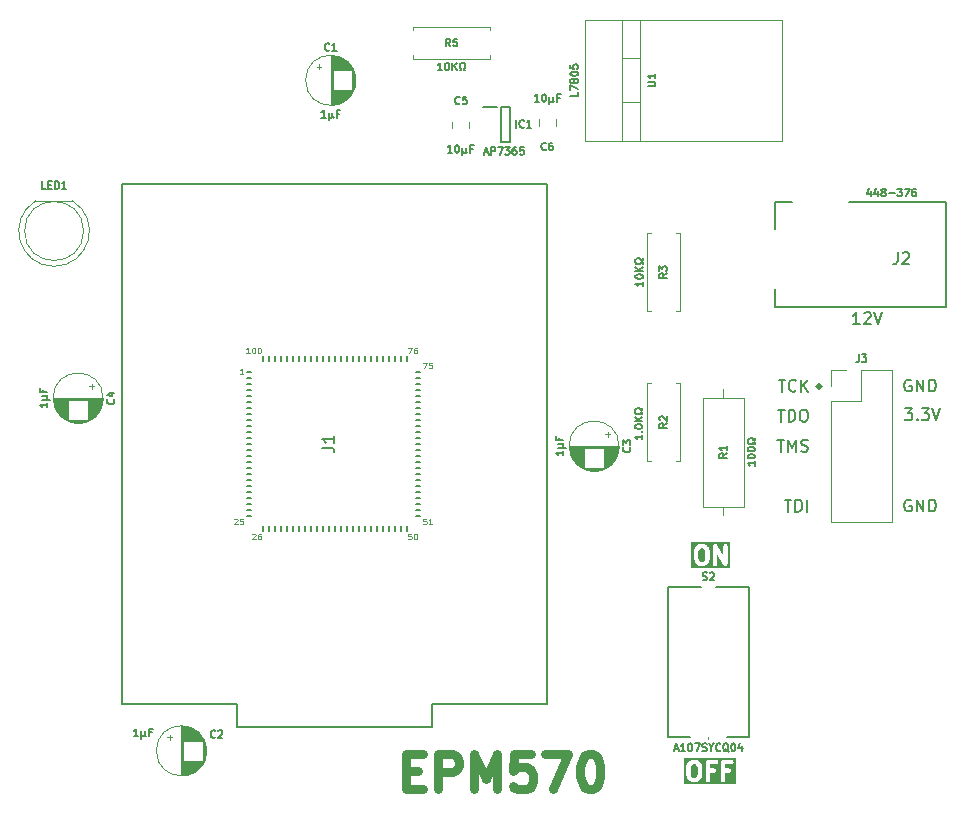
<source format=gto>
%TF.GenerationSoftware,KiCad,Pcbnew,8.0.7*%
%TF.CreationDate,2025-03-14T10:02:51+02:00*%
%TF.ProjectId,EPM570 Programmer,45504d35-3730-4205-9072-6f6772616d6d,V0*%
%TF.SameCoordinates,Original*%
%TF.FileFunction,Legend,Top*%
%TF.FilePolarity,Positive*%
%FSLAX46Y46*%
G04 Gerber Fmt 4.6, Leading zero omitted, Abs format (unit mm)*
G04 Created by KiCad (PCBNEW 8.0.7) date 2025-03-14 10:02:51*
%MOMM*%
%LPD*%
G01*
G04 APERTURE LIST*
%ADD10C,0.304000*%
%ADD11C,0.200000*%
%ADD12C,0.375000*%
%ADD13C,0.750000*%
%ADD14C,0.150000*%
%ADD15C,0.100000*%
%ADD16C,0.120000*%
G04 APERTURE END LIST*
D10*
X52857000Y-5605000D02*
G75*
G02*
X52553000Y-5605000I-152000J0D01*
G01*
X52553000Y-5605000D02*
G75*
G02*
X52857000Y-5605000I152000J0D01*
G01*
D11*
X56149952Y-325219D02*
X55578524Y-325219D01*
X55864238Y-325219D02*
X55864238Y674780D01*
X55864238Y674780D02*
X55769000Y531923D01*
X55769000Y531923D02*
X55673762Y436685D01*
X55673762Y436685D02*
X55578524Y389066D01*
X56530905Y579542D02*
X56578524Y627161D01*
X56578524Y627161D02*
X56673762Y674780D01*
X56673762Y674780D02*
X56911857Y674780D01*
X56911857Y674780D02*
X57007095Y627161D01*
X57007095Y627161D02*
X57054714Y579542D01*
X57054714Y579542D02*
X57102333Y484304D01*
X57102333Y484304D02*
X57102333Y389066D01*
X57102333Y389066D02*
X57054714Y246209D01*
X57054714Y246209D02*
X56483286Y-325219D01*
X56483286Y-325219D02*
X57102333Y-325219D01*
X57388048Y674780D02*
X57721381Y-325219D01*
X57721381Y-325219D02*
X58054714Y674780D01*
X49271755Y-5040219D02*
X49843183Y-5040219D01*
X49557469Y-6040219D02*
X49557469Y-5040219D01*
X50747945Y-5944980D02*
X50700326Y-5992600D01*
X50700326Y-5992600D02*
X50557469Y-6040219D01*
X50557469Y-6040219D02*
X50462231Y-6040219D01*
X50462231Y-6040219D02*
X50319374Y-5992600D01*
X50319374Y-5992600D02*
X50224136Y-5897361D01*
X50224136Y-5897361D02*
X50176517Y-5802123D01*
X50176517Y-5802123D02*
X50128898Y-5611647D01*
X50128898Y-5611647D02*
X50128898Y-5468790D01*
X50128898Y-5468790D02*
X50176517Y-5278314D01*
X50176517Y-5278314D02*
X50224136Y-5183076D01*
X50224136Y-5183076D02*
X50319374Y-5087838D01*
X50319374Y-5087838D02*
X50462231Y-5040219D01*
X50462231Y-5040219D02*
X50557469Y-5040219D01*
X50557469Y-5040219D02*
X50700326Y-5087838D01*
X50700326Y-5087838D02*
X50747945Y-5135457D01*
X51176517Y-6040219D02*
X51176517Y-5040219D01*
X51747945Y-6040219D02*
X51319374Y-5468790D01*
X51747945Y-5040219D02*
X51176517Y-5611647D01*
X49795565Y-15200219D02*
X50366993Y-15200219D01*
X50081279Y-16200219D02*
X50081279Y-15200219D01*
X50700327Y-16200219D02*
X50700327Y-15200219D01*
X50700327Y-15200219D02*
X50938422Y-15200219D01*
X50938422Y-15200219D02*
X51081279Y-15247838D01*
X51081279Y-15247838D02*
X51176517Y-15343076D01*
X51176517Y-15343076D02*
X51224136Y-15438314D01*
X51224136Y-15438314D02*
X51271755Y-15628790D01*
X51271755Y-15628790D02*
X51271755Y-15771647D01*
X51271755Y-15771647D02*
X51224136Y-15962123D01*
X51224136Y-15962123D02*
X51176517Y-16057361D01*
X51176517Y-16057361D02*
X51081279Y-16152600D01*
X51081279Y-16152600D02*
X50938422Y-16200219D01*
X50938422Y-16200219D02*
X50700327Y-16200219D01*
X51700327Y-16200219D02*
X51700327Y-15200219D01*
D12*
G36*
X42949930Y-19338953D02*
G01*
X43034549Y-19423573D01*
X43087785Y-19636511D01*
X43087785Y-20090344D01*
X43034549Y-20303283D01*
X42949930Y-20387902D01*
X42873880Y-20425928D01*
X42676690Y-20425928D01*
X42600639Y-20387902D01*
X42516018Y-20303282D01*
X42462785Y-20090345D01*
X42462785Y-19636510D01*
X42516019Y-19423573D01*
X42600637Y-19338954D01*
X42676691Y-19300928D01*
X42873879Y-19300928D01*
X42949930Y-19338953D01*
G37*
G36*
X45150285Y-20988428D02*
G01*
X41900285Y-20988428D01*
X41900285Y-19613428D01*
X42087785Y-19613428D01*
X42087785Y-20113428D01*
X42088413Y-20119809D01*
X42088007Y-20122542D01*
X42090031Y-20136233D01*
X42091388Y-20150007D01*
X42092445Y-20152558D01*
X42093383Y-20158903D01*
X42164811Y-20444617D01*
X42177178Y-20479230D01*
X42185477Y-20490432D01*
X42190813Y-20503312D01*
X42214130Y-20531725D01*
X42356989Y-20674583D01*
X42371369Y-20686384D01*
X42374613Y-20690124D01*
X42380252Y-20693673D01*
X42385402Y-20697900D01*
X42389974Y-20699794D01*
X42405719Y-20709705D01*
X42548576Y-20781133D01*
X42582905Y-20794269D01*
X42589624Y-20794746D01*
X42595849Y-20797325D01*
X42632428Y-20800928D01*
X42918142Y-20800928D01*
X42954721Y-20797325D01*
X42960945Y-20794746D01*
X42967665Y-20794269D01*
X43001994Y-20781133D01*
X43144851Y-20709705D01*
X43160593Y-20699795D01*
X43165169Y-20697900D01*
X43170321Y-20693671D01*
X43175957Y-20690124D01*
X43179199Y-20686385D01*
X43193582Y-20674582D01*
X43336439Y-20531724D01*
X43359756Y-20503311D01*
X43365090Y-20490432D01*
X43373390Y-20479231D01*
X43385758Y-20444618D01*
X43457187Y-20158904D01*
X43458125Y-20152558D01*
X43459182Y-20150007D01*
X43460538Y-20136236D01*
X43462563Y-20122543D01*
X43462156Y-20119810D01*
X43462785Y-20113428D01*
X43462785Y-19613428D01*
X43462156Y-19607045D01*
X43462563Y-19604313D01*
X43460538Y-19590619D01*
X43459182Y-19576849D01*
X43458125Y-19574297D01*
X43457187Y-19567952D01*
X43385758Y-19282238D01*
X43373390Y-19247625D01*
X43365091Y-19236424D01*
X43359756Y-19223544D01*
X43336438Y-19195131D01*
X43254736Y-19113428D01*
X43730642Y-19113428D01*
X43730642Y-20613428D01*
X43734245Y-20650007D01*
X43762241Y-20717597D01*
X43813973Y-20769329D01*
X43881563Y-20797325D01*
X43954721Y-20797325D01*
X44022311Y-20769329D01*
X44074043Y-20717597D01*
X44102039Y-20650007D01*
X44105642Y-20613428D01*
X44105642Y-19819471D01*
X44612490Y-20706454D01*
X44617960Y-20714160D01*
X44619384Y-20717597D01*
X44622885Y-20721098D01*
X44633766Y-20736426D01*
X44653482Y-20751695D01*
X44671116Y-20769329D01*
X44682156Y-20773901D01*
X44691607Y-20781221D01*
X44715671Y-20787784D01*
X44738706Y-20797325D01*
X44750655Y-20797325D01*
X44762190Y-20800471D01*
X44786935Y-20797325D01*
X44811864Y-20797325D01*
X44822905Y-20792751D01*
X44834764Y-20791244D01*
X44856415Y-20778871D01*
X44879454Y-20769329D01*
X44887906Y-20760876D01*
X44898283Y-20754947D01*
X44913552Y-20735230D01*
X44931186Y-20717597D01*
X44935758Y-20706556D01*
X44943078Y-20697106D01*
X44949640Y-20673042D01*
X44959182Y-20650007D01*
X44961024Y-20631299D01*
X44962327Y-20626524D01*
X44961858Y-20622836D01*
X44962785Y-20613428D01*
X44962785Y-19113428D01*
X44959182Y-19076849D01*
X44931186Y-19009259D01*
X44879454Y-18957527D01*
X44811864Y-18929531D01*
X44738706Y-18929531D01*
X44671116Y-18957527D01*
X44619384Y-19009259D01*
X44591388Y-19076849D01*
X44587785Y-19113428D01*
X44587785Y-19907384D01*
X44080938Y-19020402D01*
X44075465Y-19012692D01*
X44074043Y-19009259D01*
X44070542Y-19005758D01*
X44059661Y-18990430D01*
X44039944Y-18975160D01*
X44022311Y-18957527D01*
X44011270Y-18952954D01*
X44001820Y-18945635D01*
X43977757Y-18939072D01*
X43954721Y-18929531D01*
X43942769Y-18929531D01*
X43931237Y-18926386D01*
X43906498Y-18929531D01*
X43881563Y-18929531D01*
X43870521Y-18934104D01*
X43858663Y-18935612D01*
X43837011Y-18947984D01*
X43813973Y-18957527D01*
X43805520Y-18965979D01*
X43795144Y-18971909D01*
X43779874Y-18991625D01*
X43762241Y-19009259D01*
X43757668Y-19020299D01*
X43750349Y-19029750D01*
X43743786Y-19053812D01*
X43734245Y-19076849D01*
X43732402Y-19095558D01*
X43731100Y-19100333D01*
X43731568Y-19104019D01*
X43730642Y-19113428D01*
X43254736Y-19113428D01*
X43193582Y-19052274D01*
X43179201Y-19040472D01*
X43175958Y-19036733D01*
X43170318Y-19033183D01*
X43165169Y-19028957D01*
X43160596Y-19027062D01*
X43144852Y-19017152D01*
X43001995Y-18945723D01*
X42967666Y-18932587D01*
X42960945Y-18932109D01*
X42954721Y-18929531D01*
X42918142Y-18925928D01*
X42632428Y-18925928D01*
X42595849Y-18929531D01*
X42589624Y-18932109D01*
X42582903Y-18932587D01*
X42548575Y-18945723D01*
X42405718Y-19017152D01*
X42389971Y-19027064D01*
X42385402Y-19028957D01*
X42380255Y-19033180D01*
X42374612Y-19036733D01*
X42371366Y-19040475D01*
X42356989Y-19052274D01*
X42214131Y-19195131D01*
X42190813Y-19223544D01*
X42185477Y-19236424D01*
X42177178Y-19247626D01*
X42164811Y-19282239D01*
X42093383Y-19567953D01*
X42092445Y-19574297D01*
X42091388Y-19576849D01*
X42090031Y-19590622D01*
X42088007Y-19604314D01*
X42088413Y-19607046D01*
X42087785Y-19613428D01*
X41900285Y-19613428D01*
X41900285Y-18738428D01*
X45150285Y-18738428D01*
X45150285Y-20988428D01*
G37*
D11*
X49176517Y-10120219D02*
X49747945Y-10120219D01*
X49462231Y-11120219D02*
X49462231Y-10120219D01*
X50081279Y-11120219D02*
X50081279Y-10120219D01*
X50081279Y-10120219D02*
X50414612Y-10834504D01*
X50414612Y-10834504D02*
X50747945Y-10120219D01*
X50747945Y-10120219D02*
X50747945Y-11120219D01*
X51176517Y-11072600D02*
X51319374Y-11120219D01*
X51319374Y-11120219D02*
X51557469Y-11120219D01*
X51557469Y-11120219D02*
X51652707Y-11072600D01*
X51652707Y-11072600D02*
X51700326Y-11024980D01*
X51700326Y-11024980D02*
X51747945Y-10929742D01*
X51747945Y-10929742D02*
X51747945Y-10834504D01*
X51747945Y-10834504D02*
X51700326Y-10739266D01*
X51700326Y-10739266D02*
X51652707Y-10691647D01*
X51652707Y-10691647D02*
X51557469Y-10644028D01*
X51557469Y-10644028D02*
X51366993Y-10596409D01*
X51366993Y-10596409D02*
X51271755Y-10548790D01*
X51271755Y-10548790D02*
X51224136Y-10501171D01*
X51224136Y-10501171D02*
X51176517Y-10405933D01*
X51176517Y-10405933D02*
X51176517Y-10310695D01*
X51176517Y-10310695D02*
X51224136Y-10215457D01*
X51224136Y-10215457D02*
X51271755Y-10167838D01*
X51271755Y-10167838D02*
X51366993Y-10120219D01*
X51366993Y-10120219D02*
X51605088Y-10120219D01*
X51605088Y-10120219D02*
X51747945Y-10167838D01*
X49224136Y-7580219D02*
X49795564Y-7580219D01*
X49509850Y-8580219D02*
X49509850Y-7580219D01*
X50128898Y-8580219D02*
X50128898Y-7580219D01*
X50128898Y-7580219D02*
X50366993Y-7580219D01*
X50366993Y-7580219D02*
X50509850Y-7627838D01*
X50509850Y-7627838D02*
X50605088Y-7723076D01*
X50605088Y-7723076D02*
X50652707Y-7818314D01*
X50652707Y-7818314D02*
X50700326Y-8008790D01*
X50700326Y-8008790D02*
X50700326Y-8151647D01*
X50700326Y-8151647D02*
X50652707Y-8342123D01*
X50652707Y-8342123D02*
X50605088Y-8437361D01*
X50605088Y-8437361D02*
X50509850Y-8532600D01*
X50509850Y-8532600D02*
X50366993Y-8580219D01*
X50366993Y-8580219D02*
X50128898Y-8580219D01*
X51319374Y-7580219D02*
X51509850Y-7580219D01*
X51509850Y-7580219D02*
X51605088Y-7627838D01*
X51605088Y-7627838D02*
X51700326Y-7723076D01*
X51700326Y-7723076D02*
X51747945Y-7913552D01*
X51747945Y-7913552D02*
X51747945Y-8246885D01*
X51747945Y-8246885D02*
X51700326Y-8437361D01*
X51700326Y-8437361D02*
X51605088Y-8532600D01*
X51605088Y-8532600D02*
X51509850Y-8580219D01*
X51509850Y-8580219D02*
X51319374Y-8580219D01*
X51319374Y-8580219D02*
X51224136Y-8532600D01*
X51224136Y-8532600D02*
X51128898Y-8437361D01*
X51128898Y-8437361D02*
X51081279Y-8246885D01*
X51081279Y-8246885D02*
X51081279Y-7913552D01*
X51081279Y-7913552D02*
X51128898Y-7723076D01*
X51128898Y-7723076D02*
X51224136Y-7627838D01*
X51224136Y-7627838D02*
X51319374Y-7580219D01*
X59964435Y-7453219D02*
X60583482Y-7453219D01*
X60583482Y-7453219D02*
X60250149Y-7834171D01*
X60250149Y-7834171D02*
X60393006Y-7834171D01*
X60393006Y-7834171D02*
X60488244Y-7881790D01*
X60488244Y-7881790D02*
X60535863Y-7929409D01*
X60535863Y-7929409D02*
X60583482Y-8024647D01*
X60583482Y-8024647D02*
X60583482Y-8262742D01*
X60583482Y-8262742D02*
X60535863Y-8357980D01*
X60535863Y-8357980D02*
X60488244Y-8405600D01*
X60488244Y-8405600D02*
X60393006Y-8453219D01*
X60393006Y-8453219D02*
X60107292Y-8453219D01*
X60107292Y-8453219D02*
X60012054Y-8405600D01*
X60012054Y-8405600D02*
X59964435Y-8357980D01*
X61012054Y-8357980D02*
X61059673Y-8405600D01*
X61059673Y-8405600D02*
X61012054Y-8453219D01*
X61012054Y-8453219D02*
X60964435Y-8405600D01*
X60964435Y-8405600D02*
X61012054Y-8357980D01*
X61012054Y-8357980D02*
X61012054Y-8453219D01*
X61393006Y-7453219D02*
X62012053Y-7453219D01*
X62012053Y-7453219D02*
X61678720Y-7834171D01*
X61678720Y-7834171D02*
X61821577Y-7834171D01*
X61821577Y-7834171D02*
X61916815Y-7881790D01*
X61916815Y-7881790D02*
X61964434Y-7929409D01*
X61964434Y-7929409D02*
X62012053Y-8024647D01*
X62012053Y-8024647D02*
X62012053Y-8262742D01*
X62012053Y-8262742D02*
X61964434Y-8357980D01*
X61964434Y-8357980D02*
X61916815Y-8405600D01*
X61916815Y-8405600D02*
X61821577Y-8453219D01*
X61821577Y-8453219D02*
X61535863Y-8453219D01*
X61535863Y-8453219D02*
X61440625Y-8405600D01*
X61440625Y-8405600D02*
X61393006Y-8357980D01*
X62297768Y-7453219D02*
X62631101Y-8453219D01*
X62631101Y-8453219D02*
X62964434Y-7453219D01*
X60493483Y-5070838D02*
X60398245Y-5023219D01*
X60398245Y-5023219D02*
X60255388Y-5023219D01*
X60255388Y-5023219D02*
X60112531Y-5070838D01*
X60112531Y-5070838D02*
X60017293Y-5166076D01*
X60017293Y-5166076D02*
X59969674Y-5261314D01*
X59969674Y-5261314D02*
X59922055Y-5451790D01*
X59922055Y-5451790D02*
X59922055Y-5594647D01*
X59922055Y-5594647D02*
X59969674Y-5785123D01*
X59969674Y-5785123D02*
X60017293Y-5880361D01*
X60017293Y-5880361D02*
X60112531Y-5975600D01*
X60112531Y-5975600D02*
X60255388Y-6023219D01*
X60255388Y-6023219D02*
X60350626Y-6023219D01*
X60350626Y-6023219D02*
X60493483Y-5975600D01*
X60493483Y-5975600D02*
X60541102Y-5927980D01*
X60541102Y-5927980D02*
X60541102Y-5594647D01*
X60541102Y-5594647D02*
X60350626Y-5594647D01*
X60969674Y-6023219D02*
X60969674Y-5023219D01*
X60969674Y-5023219D02*
X61541102Y-6023219D01*
X61541102Y-6023219D02*
X61541102Y-5023219D01*
X62017293Y-6023219D02*
X62017293Y-5023219D01*
X62017293Y-5023219D02*
X62255388Y-5023219D01*
X62255388Y-5023219D02*
X62398245Y-5070838D01*
X62398245Y-5070838D02*
X62493483Y-5166076D01*
X62493483Y-5166076D02*
X62541102Y-5261314D01*
X62541102Y-5261314D02*
X62588721Y-5451790D01*
X62588721Y-5451790D02*
X62588721Y-5594647D01*
X62588721Y-5594647D02*
X62541102Y-5785123D01*
X62541102Y-5785123D02*
X62493483Y-5880361D01*
X62493483Y-5880361D02*
X62398245Y-5975600D01*
X62398245Y-5975600D02*
X62255388Y-6023219D01*
X62255388Y-6023219D02*
X62017293Y-6023219D01*
D13*
X17765142Y-38131428D02*
X18765142Y-38131428D01*
X19193714Y-39702857D02*
X17765142Y-39702857D01*
X17765142Y-39702857D02*
X17765142Y-36702857D01*
X17765142Y-36702857D02*
X19193714Y-36702857D01*
X20479428Y-39702857D02*
X20479428Y-36702857D01*
X20479428Y-36702857D02*
X21622285Y-36702857D01*
X21622285Y-36702857D02*
X21908000Y-36845714D01*
X21908000Y-36845714D02*
X22050857Y-36988571D01*
X22050857Y-36988571D02*
X22193714Y-37274285D01*
X22193714Y-37274285D02*
X22193714Y-37702857D01*
X22193714Y-37702857D02*
X22050857Y-37988571D01*
X22050857Y-37988571D02*
X21908000Y-38131428D01*
X21908000Y-38131428D02*
X21622285Y-38274285D01*
X21622285Y-38274285D02*
X20479428Y-38274285D01*
X23479428Y-39702857D02*
X23479428Y-36702857D01*
X23479428Y-36702857D02*
X24479428Y-38845714D01*
X24479428Y-38845714D02*
X25479428Y-36702857D01*
X25479428Y-36702857D02*
X25479428Y-39702857D01*
X28336571Y-36702857D02*
X26907999Y-36702857D01*
X26907999Y-36702857D02*
X26765142Y-38131428D01*
X26765142Y-38131428D02*
X26907999Y-37988571D01*
X26907999Y-37988571D02*
X27193714Y-37845714D01*
X27193714Y-37845714D02*
X27907999Y-37845714D01*
X27907999Y-37845714D02*
X28193714Y-37988571D01*
X28193714Y-37988571D02*
X28336571Y-38131428D01*
X28336571Y-38131428D02*
X28479428Y-38417142D01*
X28479428Y-38417142D02*
X28479428Y-39131428D01*
X28479428Y-39131428D02*
X28336571Y-39417142D01*
X28336571Y-39417142D02*
X28193714Y-39560000D01*
X28193714Y-39560000D02*
X27907999Y-39702857D01*
X27907999Y-39702857D02*
X27193714Y-39702857D01*
X27193714Y-39702857D02*
X26907999Y-39560000D01*
X26907999Y-39560000D02*
X26765142Y-39417142D01*
X29479428Y-36702857D02*
X31479428Y-36702857D01*
X31479428Y-36702857D02*
X30193714Y-39702857D01*
X33193714Y-36702857D02*
X33479428Y-36702857D01*
X33479428Y-36702857D02*
X33765142Y-36845714D01*
X33765142Y-36845714D02*
X33908000Y-36988571D01*
X33908000Y-36988571D02*
X34050857Y-37274285D01*
X34050857Y-37274285D02*
X34193714Y-37845714D01*
X34193714Y-37845714D02*
X34193714Y-38560000D01*
X34193714Y-38560000D02*
X34050857Y-39131428D01*
X34050857Y-39131428D02*
X33908000Y-39417142D01*
X33908000Y-39417142D02*
X33765142Y-39560000D01*
X33765142Y-39560000D02*
X33479428Y-39702857D01*
X33479428Y-39702857D02*
X33193714Y-39702857D01*
X33193714Y-39702857D02*
X32908000Y-39560000D01*
X32908000Y-39560000D02*
X32765142Y-39417142D01*
X32765142Y-39417142D02*
X32622285Y-39131428D01*
X32622285Y-39131428D02*
X32479428Y-38560000D01*
X32479428Y-38560000D02*
X32479428Y-37845714D01*
X32479428Y-37845714D02*
X32622285Y-37274285D01*
X32622285Y-37274285D02*
X32765142Y-36988571D01*
X32765142Y-36988571D02*
X32908000Y-36845714D01*
X32908000Y-36845714D02*
X33193714Y-36702857D01*
D12*
G36*
X42322931Y-37626953D02*
G01*
X42407550Y-37711573D01*
X42460786Y-37924511D01*
X42460786Y-38378344D01*
X42407550Y-38591283D01*
X42322931Y-38675902D01*
X42246881Y-38713928D01*
X42049691Y-38713928D01*
X41973640Y-38675902D01*
X41889019Y-38591282D01*
X41835786Y-38378345D01*
X41835786Y-37924510D01*
X41889020Y-37711573D01*
X41973638Y-37626954D01*
X42049692Y-37588928D01*
X42246880Y-37588928D01*
X42322931Y-37626953D01*
G37*
G36*
X45662540Y-39276428D02*
G01*
X41273286Y-39276428D01*
X41273286Y-37901428D01*
X41460786Y-37901428D01*
X41460786Y-38401428D01*
X41461414Y-38407809D01*
X41461008Y-38410542D01*
X41463032Y-38424233D01*
X41464389Y-38438007D01*
X41465446Y-38440558D01*
X41466384Y-38446903D01*
X41537812Y-38732617D01*
X41550179Y-38767230D01*
X41558478Y-38778432D01*
X41563814Y-38791312D01*
X41587131Y-38819725D01*
X41729990Y-38962583D01*
X41744370Y-38974384D01*
X41747614Y-38978124D01*
X41753253Y-38981673D01*
X41758403Y-38985900D01*
X41762975Y-38987794D01*
X41778720Y-38997705D01*
X41921577Y-39069133D01*
X41955906Y-39082269D01*
X41962625Y-39082746D01*
X41968850Y-39085325D01*
X42005429Y-39088928D01*
X42291143Y-39088928D01*
X42327722Y-39085325D01*
X42333946Y-39082746D01*
X42340666Y-39082269D01*
X42374995Y-39069133D01*
X42517852Y-38997705D01*
X42533594Y-38987795D01*
X42538170Y-38985900D01*
X42543322Y-38981671D01*
X42548958Y-38978124D01*
X42552200Y-38974385D01*
X42566583Y-38962582D01*
X42709440Y-38819724D01*
X42732757Y-38791311D01*
X42738091Y-38778432D01*
X42746391Y-38767231D01*
X42758759Y-38732618D01*
X42830188Y-38446904D01*
X42831126Y-38440558D01*
X42832183Y-38438007D01*
X42833539Y-38424236D01*
X42835564Y-38410543D01*
X42835157Y-38407810D01*
X42835786Y-38401428D01*
X42835786Y-37901428D01*
X42835157Y-37895045D01*
X42835564Y-37892313D01*
X42833539Y-37878619D01*
X42832183Y-37864849D01*
X42831126Y-37862297D01*
X42830188Y-37855952D01*
X42758759Y-37570238D01*
X42746391Y-37535625D01*
X42738092Y-37524424D01*
X42732757Y-37511544D01*
X42709439Y-37483131D01*
X42627737Y-37401428D01*
X43103643Y-37401428D01*
X43103643Y-38901428D01*
X43107246Y-38938007D01*
X43135242Y-39005597D01*
X43186974Y-39057329D01*
X43254564Y-39085325D01*
X43327722Y-39085325D01*
X43395312Y-39057329D01*
X43447044Y-39005597D01*
X43475040Y-38938007D01*
X43478643Y-38901428D01*
X43478643Y-38303214D01*
X43791143Y-38303214D01*
X43827722Y-38299611D01*
X43895312Y-38271615D01*
X43947044Y-38219883D01*
X43975040Y-38152293D01*
X43975040Y-38079135D01*
X43947044Y-38011545D01*
X43895312Y-37959813D01*
X43827722Y-37931817D01*
X43791143Y-37928214D01*
X43478643Y-37928214D01*
X43478643Y-37588928D01*
X44005429Y-37588928D01*
X44042008Y-37585325D01*
X44109598Y-37557329D01*
X44161330Y-37505597D01*
X44189326Y-37438007D01*
X44189326Y-37401428D01*
X44389357Y-37401428D01*
X44389357Y-38901428D01*
X44392960Y-38938007D01*
X44420956Y-39005597D01*
X44472688Y-39057329D01*
X44540278Y-39085325D01*
X44613436Y-39085325D01*
X44681026Y-39057329D01*
X44732758Y-39005597D01*
X44760754Y-38938007D01*
X44764357Y-38901428D01*
X44764357Y-38303214D01*
X45076857Y-38303214D01*
X45113436Y-38299611D01*
X45181026Y-38271615D01*
X45232758Y-38219883D01*
X45260754Y-38152293D01*
X45260754Y-38079135D01*
X45232758Y-38011545D01*
X45181026Y-37959813D01*
X45113436Y-37931817D01*
X45076857Y-37928214D01*
X44764357Y-37928214D01*
X44764357Y-37588928D01*
X45291143Y-37588928D01*
X45327722Y-37585325D01*
X45395312Y-37557329D01*
X45447044Y-37505597D01*
X45475040Y-37438007D01*
X45475040Y-37364849D01*
X45447044Y-37297259D01*
X45395312Y-37245527D01*
X45327722Y-37217531D01*
X45291143Y-37213928D01*
X44576857Y-37213928D01*
X44540278Y-37217531D01*
X44472688Y-37245527D01*
X44420956Y-37297259D01*
X44392960Y-37364849D01*
X44389357Y-37401428D01*
X44189326Y-37401428D01*
X44189326Y-37364849D01*
X44161330Y-37297259D01*
X44109598Y-37245527D01*
X44042008Y-37217531D01*
X44005429Y-37213928D01*
X43291143Y-37213928D01*
X43254564Y-37217531D01*
X43186974Y-37245527D01*
X43135242Y-37297259D01*
X43107246Y-37364849D01*
X43103643Y-37401428D01*
X42627737Y-37401428D01*
X42566583Y-37340274D01*
X42552202Y-37328472D01*
X42548959Y-37324733D01*
X42543319Y-37321183D01*
X42538170Y-37316957D01*
X42533597Y-37315062D01*
X42517853Y-37305152D01*
X42374996Y-37233723D01*
X42340667Y-37220587D01*
X42333946Y-37220109D01*
X42327722Y-37217531D01*
X42291143Y-37213928D01*
X42005429Y-37213928D01*
X41968850Y-37217531D01*
X41962625Y-37220109D01*
X41955904Y-37220587D01*
X41921576Y-37233723D01*
X41778719Y-37305152D01*
X41762972Y-37315064D01*
X41758403Y-37316957D01*
X41753256Y-37321180D01*
X41747613Y-37324733D01*
X41744367Y-37328475D01*
X41729990Y-37340274D01*
X41587132Y-37483131D01*
X41563814Y-37511544D01*
X41558478Y-37524424D01*
X41550179Y-37535626D01*
X41537812Y-37570239D01*
X41466384Y-37855953D01*
X41465446Y-37862297D01*
X41464389Y-37864849D01*
X41463032Y-37878622D01*
X41461008Y-37892314D01*
X41461414Y-37895046D01*
X41460786Y-37901428D01*
X41273286Y-37901428D01*
X41273286Y-37026428D01*
X45662540Y-37026428D01*
X45662540Y-39276428D01*
G37*
D11*
X60493483Y-15230838D02*
X60398245Y-15183219D01*
X60398245Y-15183219D02*
X60255388Y-15183219D01*
X60255388Y-15183219D02*
X60112531Y-15230838D01*
X60112531Y-15230838D02*
X60017293Y-15326076D01*
X60017293Y-15326076D02*
X59969674Y-15421314D01*
X59969674Y-15421314D02*
X59922055Y-15611790D01*
X59922055Y-15611790D02*
X59922055Y-15754647D01*
X59922055Y-15754647D02*
X59969674Y-15945123D01*
X59969674Y-15945123D02*
X60017293Y-16040361D01*
X60017293Y-16040361D02*
X60112531Y-16135600D01*
X60112531Y-16135600D02*
X60255388Y-16183219D01*
X60255388Y-16183219D02*
X60350626Y-16183219D01*
X60350626Y-16183219D02*
X60493483Y-16135600D01*
X60493483Y-16135600D02*
X60541102Y-16087980D01*
X60541102Y-16087980D02*
X60541102Y-15754647D01*
X60541102Y-15754647D02*
X60350626Y-15754647D01*
X60969674Y-16183219D02*
X60969674Y-15183219D01*
X60969674Y-15183219D02*
X61541102Y-16183219D01*
X61541102Y-16183219D02*
X61541102Y-15183219D01*
X62017293Y-16183219D02*
X62017293Y-15183219D01*
X62017293Y-15183219D02*
X62255388Y-15183219D01*
X62255388Y-15183219D02*
X62398245Y-15230838D01*
X62398245Y-15230838D02*
X62493483Y-15326076D01*
X62493483Y-15326076D02*
X62541102Y-15421314D01*
X62541102Y-15421314D02*
X62588721Y-15611790D01*
X62588721Y-15611790D02*
X62588721Y-15754647D01*
X62588721Y-15754647D02*
X62541102Y-15945123D01*
X62541102Y-15945123D02*
X62493483Y-16040361D01*
X62493483Y-16040361D02*
X62398245Y-16135600D01*
X62398245Y-16135600D02*
X62255388Y-16183219D01*
X62255388Y-16183219D02*
X62017293Y-16183219D01*
D14*
X44899963Y-11264833D02*
X44597582Y-11476500D01*
X44899963Y-11627690D02*
X44264963Y-11627690D01*
X44264963Y-11627690D02*
X44264963Y-11385785D01*
X44264963Y-11385785D02*
X44295201Y-11325309D01*
X44295201Y-11325309D02*
X44325439Y-11295071D01*
X44325439Y-11295071D02*
X44385915Y-11264833D01*
X44385915Y-11264833D02*
X44476629Y-11264833D01*
X44476629Y-11264833D02*
X44537105Y-11295071D01*
X44537105Y-11295071D02*
X44567344Y-11325309D01*
X44567344Y-11325309D02*
X44597582Y-11385785D01*
X44597582Y-11385785D02*
X44597582Y-11627690D01*
X44899963Y-10660071D02*
X44899963Y-11022928D01*
X44899963Y-10841500D02*
X44264963Y-10841500D01*
X44264963Y-10841500D02*
X44355677Y-10901976D01*
X44355677Y-10901976D02*
X44416153Y-10962452D01*
X44416153Y-10962452D02*
X44446391Y-11022928D01*
X47287563Y-11945190D02*
X47287563Y-12308047D01*
X47287563Y-12126619D02*
X46652563Y-12126619D01*
X46652563Y-12126619D02*
X46743277Y-12187095D01*
X46743277Y-12187095D02*
X46803753Y-12247571D01*
X46803753Y-12247571D02*
X46833991Y-12308047D01*
X46652563Y-11552095D02*
X46652563Y-11491618D01*
X46652563Y-11491618D02*
X46682801Y-11431142D01*
X46682801Y-11431142D02*
X46713039Y-11400904D01*
X46713039Y-11400904D02*
X46773515Y-11370666D01*
X46773515Y-11370666D02*
X46894467Y-11340428D01*
X46894467Y-11340428D02*
X47045658Y-11340428D01*
X47045658Y-11340428D02*
X47166610Y-11370666D01*
X47166610Y-11370666D02*
X47227086Y-11400904D01*
X47227086Y-11400904D02*
X47257325Y-11431142D01*
X47257325Y-11431142D02*
X47287563Y-11491618D01*
X47287563Y-11491618D02*
X47287563Y-11552095D01*
X47287563Y-11552095D02*
X47257325Y-11612571D01*
X47257325Y-11612571D02*
X47227086Y-11642809D01*
X47227086Y-11642809D02*
X47166610Y-11673047D01*
X47166610Y-11673047D02*
X47045658Y-11703285D01*
X47045658Y-11703285D02*
X46894467Y-11703285D01*
X46894467Y-11703285D02*
X46773515Y-11673047D01*
X46773515Y-11673047D02*
X46713039Y-11642809D01*
X46713039Y-11642809D02*
X46682801Y-11612571D01*
X46682801Y-11612571D02*
X46652563Y-11552095D01*
X46652563Y-10947333D02*
X46652563Y-10886856D01*
X46652563Y-10886856D02*
X46682801Y-10826380D01*
X46682801Y-10826380D02*
X46713039Y-10796142D01*
X46713039Y-10796142D02*
X46773515Y-10765904D01*
X46773515Y-10765904D02*
X46894467Y-10735666D01*
X46894467Y-10735666D02*
X47045658Y-10735666D01*
X47045658Y-10735666D02*
X47166610Y-10765904D01*
X47166610Y-10765904D02*
X47227086Y-10796142D01*
X47227086Y-10796142D02*
X47257325Y-10826380D01*
X47257325Y-10826380D02*
X47287563Y-10886856D01*
X47287563Y-10886856D02*
X47287563Y-10947333D01*
X47287563Y-10947333D02*
X47257325Y-11007809D01*
X47257325Y-11007809D02*
X47227086Y-11038047D01*
X47227086Y-11038047D02*
X47166610Y-11068285D01*
X47166610Y-11068285D02*
X47045658Y-11098523D01*
X47045658Y-11098523D02*
X46894467Y-11098523D01*
X46894467Y-11098523D02*
X46773515Y-11068285D01*
X46773515Y-11068285D02*
X46713039Y-11038047D01*
X46713039Y-11038047D02*
X46682801Y-11007809D01*
X46682801Y-11007809D02*
X46652563Y-10947333D01*
X47287563Y-10493761D02*
X47287563Y-10342571D01*
X47287563Y-10342571D02*
X47166610Y-10342571D01*
X47166610Y-10342571D02*
X47136372Y-10403047D01*
X47136372Y-10403047D02*
X47075896Y-10463523D01*
X47075896Y-10463523D02*
X46985182Y-10493761D01*
X46985182Y-10493761D02*
X46833991Y-10493761D01*
X46833991Y-10493761D02*
X46743277Y-10463523D01*
X46743277Y-10463523D02*
X46682801Y-10403047D01*
X46682801Y-10403047D02*
X46652563Y-10312333D01*
X46652563Y-10312333D02*
X46652563Y-10191380D01*
X46652563Y-10191380D02*
X46682801Y-10100666D01*
X46682801Y-10100666D02*
X46743277Y-10040190D01*
X46743277Y-10040190D02*
X46833991Y-10009952D01*
X46833991Y-10009952D02*
X46985182Y-10009952D01*
X46985182Y-10009952D02*
X47075896Y-10040190D01*
X47075896Y-10040190D02*
X47136372Y-10100666D01*
X47136372Y-10100666D02*
X47166610Y-10161142D01*
X47166610Y-10161142D02*
X47287563Y-10161142D01*
X47287563Y-10161142D02*
X47287563Y-10009952D01*
X39819963Y3975166D02*
X39517582Y3763499D01*
X39819963Y3612309D02*
X39184963Y3612309D01*
X39184963Y3612309D02*
X39184963Y3854214D01*
X39184963Y3854214D02*
X39215201Y3914690D01*
X39215201Y3914690D02*
X39245439Y3944928D01*
X39245439Y3944928D02*
X39305915Y3975166D01*
X39305915Y3975166D02*
X39396629Y3975166D01*
X39396629Y3975166D02*
X39457105Y3944928D01*
X39457105Y3944928D02*
X39487344Y3914690D01*
X39487344Y3914690D02*
X39517582Y3854214D01*
X39517582Y3854214D02*
X39517582Y3612309D01*
X39184963Y4186833D02*
X39184963Y4579928D01*
X39184963Y4579928D02*
X39426867Y4368261D01*
X39426867Y4368261D02*
X39426867Y4458976D01*
X39426867Y4458976D02*
X39457105Y4519452D01*
X39457105Y4519452D02*
X39487344Y4549690D01*
X39487344Y4549690D02*
X39547820Y4579928D01*
X39547820Y4579928D02*
X39699010Y4579928D01*
X39699010Y4579928D02*
X39759486Y4549690D01*
X39759486Y4549690D02*
X39789725Y4519452D01*
X39789725Y4519452D02*
X39819963Y4458976D01*
X39819963Y4458976D02*
X39819963Y4277547D01*
X39819963Y4277547D02*
X39789725Y4217071D01*
X39789725Y4217071D02*
X39759486Y4186833D01*
X37787963Y3279690D02*
X37787963Y2916833D01*
X37787963Y3098261D02*
X37152963Y3098261D01*
X37152963Y3098261D02*
X37243677Y3037785D01*
X37243677Y3037785D02*
X37304153Y2977309D01*
X37304153Y2977309D02*
X37334391Y2916833D01*
X37152963Y3672785D02*
X37152963Y3733262D01*
X37152963Y3733262D02*
X37183201Y3793738D01*
X37183201Y3793738D02*
X37213439Y3823976D01*
X37213439Y3823976D02*
X37273915Y3854214D01*
X37273915Y3854214D02*
X37394867Y3884452D01*
X37394867Y3884452D02*
X37546058Y3884452D01*
X37546058Y3884452D02*
X37667010Y3854214D01*
X37667010Y3854214D02*
X37727486Y3823976D01*
X37727486Y3823976D02*
X37757725Y3793738D01*
X37757725Y3793738D02*
X37787963Y3733262D01*
X37787963Y3733262D02*
X37787963Y3672785D01*
X37787963Y3672785D02*
X37757725Y3612309D01*
X37757725Y3612309D02*
X37727486Y3582071D01*
X37727486Y3582071D02*
X37667010Y3551833D01*
X37667010Y3551833D02*
X37546058Y3521595D01*
X37546058Y3521595D02*
X37394867Y3521595D01*
X37394867Y3521595D02*
X37273915Y3551833D01*
X37273915Y3551833D02*
X37213439Y3582071D01*
X37213439Y3582071D02*
X37183201Y3612309D01*
X37183201Y3612309D02*
X37152963Y3672785D01*
X37787963Y4156595D02*
X37152963Y4156595D01*
X37787963Y4519452D02*
X37425105Y4247309D01*
X37152963Y4519452D02*
X37515820Y4156595D01*
X37787963Y4761357D02*
X37787963Y4912547D01*
X37787963Y4912547D02*
X37667010Y4912547D01*
X37667010Y4912547D02*
X37636772Y4852071D01*
X37636772Y4852071D02*
X37576296Y4791595D01*
X37576296Y4791595D02*
X37485582Y4761357D01*
X37485582Y4761357D02*
X37334391Y4761357D01*
X37334391Y4761357D02*
X37243677Y4791595D01*
X37243677Y4791595D02*
X37183201Y4852071D01*
X37183201Y4852071D02*
X37152963Y4942785D01*
X37152963Y4942785D02*
X37152963Y5063738D01*
X37152963Y5063738D02*
X37183201Y5154452D01*
X37183201Y5154452D02*
X37243677Y5214928D01*
X37243677Y5214928D02*
X37334391Y5245166D01*
X37334391Y5245166D02*
X37485582Y5245166D01*
X37485582Y5245166D02*
X37576296Y5214928D01*
X37576296Y5214928D02*
X37636772Y5154452D01*
X37636772Y5154452D02*
X37667010Y5093976D01*
X37667010Y5093976D02*
X37787963Y5093976D01*
X37787963Y5093976D02*
X37787963Y5245166D01*
X39819963Y-8724833D02*
X39517582Y-8936500D01*
X39819963Y-9087690D02*
X39184963Y-9087690D01*
X39184963Y-9087690D02*
X39184963Y-8845785D01*
X39184963Y-8845785D02*
X39215201Y-8785309D01*
X39215201Y-8785309D02*
X39245439Y-8755071D01*
X39245439Y-8755071D02*
X39305915Y-8724833D01*
X39305915Y-8724833D02*
X39396629Y-8724833D01*
X39396629Y-8724833D02*
X39457105Y-8755071D01*
X39457105Y-8755071D02*
X39487344Y-8785309D01*
X39487344Y-8785309D02*
X39517582Y-8845785D01*
X39517582Y-8845785D02*
X39517582Y-9087690D01*
X39245439Y-8482928D02*
X39215201Y-8452690D01*
X39215201Y-8452690D02*
X39184963Y-8392214D01*
X39184963Y-8392214D02*
X39184963Y-8241023D01*
X39184963Y-8241023D02*
X39215201Y-8180547D01*
X39215201Y-8180547D02*
X39245439Y-8150309D01*
X39245439Y-8150309D02*
X39305915Y-8120071D01*
X39305915Y-8120071D02*
X39366391Y-8120071D01*
X39366391Y-8120071D02*
X39457105Y-8150309D01*
X39457105Y-8150309D02*
X39819963Y-8513166D01*
X39819963Y-8513166D02*
X39819963Y-8120071D01*
X37750963Y-9715499D02*
X37750963Y-10078356D01*
X37750963Y-9896928D02*
X37115963Y-9896928D01*
X37115963Y-9896928D02*
X37206677Y-9957404D01*
X37206677Y-9957404D02*
X37267153Y-10017880D01*
X37267153Y-10017880D02*
X37297391Y-10078356D01*
X37690486Y-9443356D02*
X37720725Y-9413118D01*
X37720725Y-9413118D02*
X37750963Y-9443356D01*
X37750963Y-9443356D02*
X37720725Y-9473594D01*
X37720725Y-9473594D02*
X37690486Y-9443356D01*
X37690486Y-9443356D02*
X37750963Y-9443356D01*
X37115963Y-9020023D02*
X37115963Y-8959546D01*
X37115963Y-8959546D02*
X37146201Y-8899070D01*
X37146201Y-8899070D02*
X37176439Y-8868832D01*
X37176439Y-8868832D02*
X37236915Y-8838594D01*
X37236915Y-8838594D02*
X37357867Y-8808356D01*
X37357867Y-8808356D02*
X37509058Y-8808356D01*
X37509058Y-8808356D02*
X37630010Y-8838594D01*
X37630010Y-8838594D02*
X37690486Y-8868832D01*
X37690486Y-8868832D02*
X37720725Y-8899070D01*
X37720725Y-8899070D02*
X37750963Y-8959546D01*
X37750963Y-8959546D02*
X37750963Y-9020023D01*
X37750963Y-9020023D02*
X37720725Y-9080499D01*
X37720725Y-9080499D02*
X37690486Y-9110737D01*
X37690486Y-9110737D02*
X37630010Y-9140975D01*
X37630010Y-9140975D02*
X37509058Y-9171213D01*
X37509058Y-9171213D02*
X37357867Y-9171213D01*
X37357867Y-9171213D02*
X37236915Y-9140975D01*
X37236915Y-9140975D02*
X37176439Y-9110737D01*
X37176439Y-9110737D02*
X37146201Y-9080499D01*
X37146201Y-9080499D02*
X37115963Y-9020023D01*
X37750963Y-8536213D02*
X37115963Y-8536213D01*
X37750963Y-8173356D02*
X37388105Y-8445499D01*
X37115963Y-8173356D02*
X37478820Y-8536213D01*
X37750963Y-7931451D02*
X37750963Y-7780261D01*
X37750963Y-7780261D02*
X37630010Y-7780261D01*
X37630010Y-7780261D02*
X37599772Y-7840737D01*
X37599772Y-7840737D02*
X37539296Y-7901213D01*
X37539296Y-7901213D02*
X37448582Y-7931451D01*
X37448582Y-7931451D02*
X37297391Y-7931451D01*
X37297391Y-7931451D02*
X37206677Y-7901213D01*
X37206677Y-7901213D02*
X37146201Y-7840737D01*
X37146201Y-7840737D02*
X37115963Y-7750023D01*
X37115963Y-7750023D02*
X37115963Y-7629070D01*
X37115963Y-7629070D02*
X37146201Y-7538356D01*
X37146201Y-7538356D02*
X37206677Y-7477880D01*
X37206677Y-7477880D02*
X37297391Y-7447642D01*
X37297391Y-7447642D02*
X37448582Y-7447642D01*
X37448582Y-7447642D02*
X37539296Y-7477880D01*
X37539296Y-7477880D02*
X37599772Y-7538356D01*
X37599772Y-7538356D02*
X37630010Y-7598832D01*
X37630010Y-7598832D02*
X37750963Y-7598832D01*
X37750963Y-7598832D02*
X37750963Y-7447642D01*
X21484166Y23209036D02*
X21272499Y23511417D01*
X21121309Y23209036D02*
X21121309Y23844036D01*
X21121309Y23844036D02*
X21363214Y23844036D01*
X21363214Y23844036D02*
X21423690Y23813798D01*
X21423690Y23813798D02*
X21453928Y23783560D01*
X21453928Y23783560D02*
X21484166Y23723084D01*
X21484166Y23723084D02*
X21484166Y23632370D01*
X21484166Y23632370D02*
X21453928Y23571894D01*
X21453928Y23571894D02*
X21423690Y23541655D01*
X21423690Y23541655D02*
X21363214Y23511417D01*
X21363214Y23511417D02*
X21121309Y23511417D01*
X22058690Y23844036D02*
X21756309Y23844036D01*
X21756309Y23844036D02*
X21726071Y23541655D01*
X21726071Y23541655D02*
X21756309Y23571894D01*
X21756309Y23571894D02*
X21816785Y23602132D01*
X21816785Y23602132D02*
X21967976Y23602132D01*
X21967976Y23602132D02*
X22028452Y23571894D01*
X22028452Y23571894D02*
X22058690Y23541655D01*
X22058690Y23541655D02*
X22088928Y23481179D01*
X22088928Y23481179D02*
X22088928Y23329989D01*
X22088928Y23329989D02*
X22058690Y23269513D01*
X22058690Y23269513D02*
X22028452Y23239275D01*
X22028452Y23239275D02*
X21967976Y23209036D01*
X21967976Y23209036D02*
X21816785Y23209036D01*
X21816785Y23209036D02*
X21756309Y23239275D01*
X21756309Y23239275D02*
X21726071Y23269513D01*
X20788690Y21177036D02*
X20425833Y21177036D01*
X20607261Y21177036D02*
X20607261Y21812036D01*
X20607261Y21812036D02*
X20546785Y21721322D01*
X20546785Y21721322D02*
X20486309Y21660846D01*
X20486309Y21660846D02*
X20425833Y21630608D01*
X21181785Y21812036D02*
X21242262Y21812036D01*
X21242262Y21812036D02*
X21302738Y21781798D01*
X21302738Y21781798D02*
X21332976Y21751560D01*
X21332976Y21751560D02*
X21363214Y21691084D01*
X21363214Y21691084D02*
X21393452Y21570132D01*
X21393452Y21570132D02*
X21393452Y21418941D01*
X21393452Y21418941D02*
X21363214Y21297989D01*
X21363214Y21297989D02*
X21332976Y21237513D01*
X21332976Y21237513D02*
X21302738Y21207275D01*
X21302738Y21207275D02*
X21242262Y21177036D01*
X21242262Y21177036D02*
X21181785Y21177036D01*
X21181785Y21177036D02*
X21121309Y21207275D01*
X21121309Y21207275D02*
X21091071Y21237513D01*
X21091071Y21237513D02*
X21060833Y21297989D01*
X21060833Y21297989D02*
X21030595Y21418941D01*
X21030595Y21418941D02*
X21030595Y21570132D01*
X21030595Y21570132D02*
X21060833Y21691084D01*
X21060833Y21691084D02*
X21091071Y21751560D01*
X21091071Y21751560D02*
X21121309Y21781798D01*
X21121309Y21781798D02*
X21181785Y21812036D01*
X21665595Y21177036D02*
X21665595Y21812036D01*
X22028452Y21177036D02*
X21756309Y21539894D01*
X22028452Y21812036D02*
X21665595Y21449179D01*
X22270357Y21177036D02*
X22421547Y21177036D01*
X22421547Y21177036D02*
X22421547Y21297989D01*
X22421547Y21297989D02*
X22361071Y21328227D01*
X22361071Y21328227D02*
X22300595Y21388703D01*
X22300595Y21388703D02*
X22270357Y21479417D01*
X22270357Y21479417D02*
X22270357Y21630608D01*
X22270357Y21630608D02*
X22300595Y21721322D01*
X22300595Y21721322D02*
X22361071Y21781798D01*
X22361071Y21781798D02*
X22451785Y21812036D01*
X22451785Y21812036D02*
X22572738Y21812036D01*
X22572738Y21812036D02*
X22663452Y21781798D01*
X22663452Y21781798D02*
X22723928Y21721322D01*
X22723928Y21721322D02*
X22754166Y21630608D01*
X22754166Y21630608D02*
X22754166Y21479417D01*
X22754166Y21479417D02*
X22723928Y21388703D01*
X22723928Y21388703D02*
X22663452Y21328227D01*
X22663452Y21328227D02*
X22602976Y21297989D01*
X22602976Y21297989D02*
X22602976Y21177036D01*
X22602976Y21177036D02*
X22754166Y21177036D01*
X-12775595Y11144036D02*
X-13077976Y11144036D01*
X-13077976Y11144036D02*
X-13077976Y11779036D01*
X-12563928Y11476655D02*
X-12352261Y11476655D01*
X-12261547Y11144036D02*
X-12563928Y11144036D01*
X-12563928Y11144036D02*
X-12563928Y11779036D01*
X-12563928Y11779036D02*
X-12261547Y11779036D01*
X-11989404Y11144036D02*
X-11989404Y11779036D01*
X-11989404Y11779036D02*
X-11838214Y11779036D01*
X-11838214Y11779036D02*
X-11747499Y11748798D01*
X-11747499Y11748798D02*
X-11687023Y11688322D01*
X-11687023Y11688322D02*
X-11656785Y11627846D01*
X-11656785Y11627846D02*
X-11626547Y11506894D01*
X-11626547Y11506894D02*
X-11626547Y11416179D01*
X-11626547Y11416179D02*
X-11656785Y11295227D01*
X-11656785Y11295227D02*
X-11687023Y11234751D01*
X-11687023Y11234751D02*
X-11747499Y11174275D01*
X-11747499Y11174275D02*
X-11838214Y11144036D01*
X-11838214Y11144036D02*
X-11989404Y11144036D01*
X-11021785Y11144036D02*
X-11384642Y11144036D01*
X-11203214Y11144036D02*
X-11203214Y11779036D01*
X-11203214Y11779036D02*
X-11263690Y11688322D01*
X-11263690Y11688322D02*
X-11324166Y11627846D01*
X-11324166Y11627846D02*
X-11384642Y11597608D01*
X11250166Y22888513D02*
X11219928Y22858275D01*
X11219928Y22858275D02*
X11129214Y22828036D01*
X11129214Y22828036D02*
X11068738Y22828036D01*
X11068738Y22828036D02*
X10978023Y22858275D01*
X10978023Y22858275D02*
X10917547Y22918751D01*
X10917547Y22918751D02*
X10887309Y22979227D01*
X10887309Y22979227D02*
X10857071Y23100179D01*
X10857071Y23100179D02*
X10857071Y23190894D01*
X10857071Y23190894D02*
X10887309Y23311846D01*
X10887309Y23311846D02*
X10917547Y23372322D01*
X10917547Y23372322D02*
X10978023Y23432798D01*
X10978023Y23432798D02*
X11068738Y23463036D01*
X11068738Y23463036D02*
X11129214Y23463036D01*
X11129214Y23463036D02*
X11219928Y23432798D01*
X11219928Y23432798D02*
X11250166Y23402560D01*
X11854928Y22828036D02*
X11492071Y22828036D01*
X11673499Y22828036D02*
X11673499Y23463036D01*
X11673499Y23463036D02*
X11613023Y23372322D01*
X11613023Y23372322D02*
X11552547Y23311846D01*
X11552547Y23311846D02*
X11492071Y23281608D01*
X10932666Y17138436D02*
X10569809Y17138436D01*
X10751237Y17138436D02*
X10751237Y17773436D01*
X10751237Y17773436D02*
X10690761Y17682722D01*
X10690761Y17682722D02*
X10630285Y17622246D01*
X10630285Y17622246D02*
X10569809Y17592008D01*
X11204809Y17561770D02*
X11204809Y16926770D01*
X11507190Y17229151D02*
X11537428Y17168675D01*
X11537428Y17168675D02*
X11597904Y17138436D01*
X11204809Y17229151D02*
X11235047Y17168675D01*
X11235047Y17168675D02*
X11295523Y17138436D01*
X11295523Y17138436D02*
X11416476Y17138436D01*
X11416476Y17138436D02*
X11476952Y17168675D01*
X11476952Y17168675D02*
X11507190Y17229151D01*
X11507190Y17229151D02*
X11507190Y17561770D01*
X12081714Y17471055D02*
X11870047Y17471055D01*
X11870047Y17138436D02*
X11870047Y17773436D01*
X11870047Y17773436D02*
X12172428Y17773436D01*
X27068119Y16312036D02*
X27068119Y16947036D01*
X27733357Y16372513D02*
X27703119Y16342275D01*
X27703119Y16342275D02*
X27612405Y16312036D01*
X27612405Y16312036D02*
X27551929Y16312036D01*
X27551929Y16312036D02*
X27461214Y16342275D01*
X27461214Y16342275D02*
X27400738Y16402751D01*
X27400738Y16402751D02*
X27370500Y16463227D01*
X27370500Y16463227D02*
X27340262Y16584179D01*
X27340262Y16584179D02*
X27340262Y16674894D01*
X27340262Y16674894D02*
X27370500Y16795846D01*
X27370500Y16795846D02*
X27400738Y16856322D01*
X27400738Y16856322D02*
X27461214Y16916798D01*
X27461214Y16916798D02*
X27551929Y16947036D01*
X27551929Y16947036D02*
X27612405Y16947036D01*
X27612405Y16947036D02*
X27703119Y16916798D01*
X27703119Y16916798D02*
X27733357Y16886560D01*
X28338119Y16312036D02*
X27975262Y16312036D01*
X28156690Y16312036D02*
X28156690Y16947036D01*
X28156690Y16947036D02*
X28096214Y16856322D01*
X28096214Y16856322D02*
X28035738Y16795846D01*
X28035738Y16795846D02*
X27975262Y16765608D01*
X24358785Y14207465D02*
X24661166Y14207465D01*
X24298309Y14026036D02*
X24509975Y14661036D01*
X24509975Y14661036D02*
X24721642Y14026036D01*
X24933309Y14026036D02*
X24933309Y14661036D01*
X24933309Y14661036D02*
X25175214Y14661036D01*
X25175214Y14661036D02*
X25235690Y14630798D01*
X25235690Y14630798D02*
X25265928Y14600560D01*
X25265928Y14600560D02*
X25296166Y14540084D01*
X25296166Y14540084D02*
X25296166Y14449370D01*
X25296166Y14449370D02*
X25265928Y14388894D01*
X25265928Y14388894D02*
X25235690Y14358655D01*
X25235690Y14358655D02*
X25175214Y14328417D01*
X25175214Y14328417D02*
X24933309Y14328417D01*
X25507833Y14661036D02*
X25931166Y14661036D01*
X25931166Y14661036D02*
X25659023Y14026036D01*
X26112595Y14661036D02*
X26505690Y14661036D01*
X26505690Y14661036D02*
X26294023Y14419132D01*
X26294023Y14419132D02*
X26384738Y14419132D01*
X26384738Y14419132D02*
X26445214Y14388894D01*
X26445214Y14388894D02*
X26475452Y14358655D01*
X26475452Y14358655D02*
X26505690Y14298179D01*
X26505690Y14298179D02*
X26505690Y14146989D01*
X26505690Y14146989D02*
X26475452Y14086513D01*
X26475452Y14086513D02*
X26445214Y14056275D01*
X26445214Y14056275D02*
X26384738Y14026036D01*
X26384738Y14026036D02*
X26203309Y14026036D01*
X26203309Y14026036D02*
X26142833Y14056275D01*
X26142833Y14056275D02*
X26112595Y14086513D01*
X27049976Y14661036D02*
X26929023Y14661036D01*
X26929023Y14661036D02*
X26868547Y14630798D01*
X26868547Y14630798D02*
X26838309Y14600560D01*
X26838309Y14600560D02*
X26777833Y14509846D01*
X26777833Y14509846D02*
X26747595Y14388894D01*
X26747595Y14388894D02*
X26747595Y14146989D01*
X26747595Y14146989D02*
X26777833Y14086513D01*
X26777833Y14086513D02*
X26808071Y14056275D01*
X26808071Y14056275D02*
X26868547Y14026036D01*
X26868547Y14026036D02*
X26989500Y14026036D01*
X26989500Y14026036D02*
X27049976Y14056275D01*
X27049976Y14056275D02*
X27080214Y14086513D01*
X27080214Y14086513D02*
X27110452Y14146989D01*
X27110452Y14146989D02*
X27110452Y14298179D01*
X27110452Y14298179D02*
X27080214Y14358655D01*
X27080214Y14358655D02*
X27049976Y14388894D01*
X27049976Y14388894D02*
X26989500Y14419132D01*
X26989500Y14419132D02*
X26868547Y14419132D01*
X26868547Y14419132D02*
X26808071Y14388894D01*
X26808071Y14388894D02*
X26777833Y14358655D01*
X26777833Y14358655D02*
X26747595Y14298179D01*
X27684976Y14661036D02*
X27382595Y14661036D01*
X27382595Y14661036D02*
X27352357Y14358655D01*
X27352357Y14358655D02*
X27382595Y14388894D01*
X27382595Y14388894D02*
X27443071Y14419132D01*
X27443071Y14419132D02*
X27594262Y14419132D01*
X27594262Y14419132D02*
X27654738Y14388894D01*
X27654738Y14388894D02*
X27684976Y14358655D01*
X27684976Y14358655D02*
X27715214Y14298179D01*
X27715214Y14298179D02*
X27715214Y14146989D01*
X27715214Y14146989D02*
X27684976Y14086513D01*
X27684976Y14086513D02*
X27654738Y14056275D01*
X27654738Y14056275D02*
X27594262Y14026036D01*
X27594262Y14026036D02*
X27443071Y14026036D01*
X27443071Y14026036D02*
X27382595Y14056275D01*
X27382595Y14056275D02*
X27352357Y14086513D01*
D11*
X59356666Y5754780D02*
X59356666Y5040495D01*
X59356666Y5040495D02*
X59309047Y4897638D01*
X59309047Y4897638D02*
X59213809Y4802400D01*
X59213809Y4802400D02*
X59070952Y4754780D01*
X59070952Y4754780D02*
X58975714Y4754780D01*
X59785238Y5659542D02*
X59832857Y5707161D01*
X59832857Y5707161D02*
X59928095Y5754780D01*
X59928095Y5754780D02*
X60166190Y5754780D01*
X60166190Y5754780D02*
X60261428Y5707161D01*
X60261428Y5707161D02*
X60309047Y5659542D01*
X60309047Y5659542D02*
X60356666Y5564304D01*
X60356666Y5564304D02*
X60356666Y5469066D01*
X60356666Y5469066D02*
X60309047Y5326209D01*
X60309047Y5326209D02*
X59737619Y4754780D01*
X59737619Y4754780D02*
X60356666Y4754780D01*
D14*
X57067752Y10932370D02*
X57067752Y10509036D01*
X56916561Y11174275D02*
X56765371Y10720703D01*
X56765371Y10720703D02*
X57158466Y10720703D01*
X57672514Y10932370D02*
X57672514Y10509036D01*
X57521323Y11174275D02*
X57370133Y10720703D01*
X57370133Y10720703D02*
X57763228Y10720703D01*
X58095847Y10871894D02*
X58035371Y10902132D01*
X58035371Y10902132D02*
X58005133Y10932370D01*
X58005133Y10932370D02*
X57974895Y10992846D01*
X57974895Y10992846D02*
X57974895Y11023084D01*
X57974895Y11023084D02*
X58005133Y11083560D01*
X58005133Y11083560D02*
X58035371Y11113798D01*
X58035371Y11113798D02*
X58095847Y11144036D01*
X58095847Y11144036D02*
X58216800Y11144036D01*
X58216800Y11144036D02*
X58277276Y11113798D01*
X58277276Y11113798D02*
X58307514Y11083560D01*
X58307514Y11083560D02*
X58337752Y11023084D01*
X58337752Y11023084D02*
X58337752Y10992846D01*
X58337752Y10992846D02*
X58307514Y10932370D01*
X58307514Y10932370D02*
X58277276Y10902132D01*
X58277276Y10902132D02*
X58216800Y10871894D01*
X58216800Y10871894D02*
X58095847Y10871894D01*
X58095847Y10871894D02*
X58035371Y10841655D01*
X58035371Y10841655D02*
X58005133Y10811417D01*
X58005133Y10811417D02*
X57974895Y10750941D01*
X57974895Y10750941D02*
X57974895Y10629989D01*
X57974895Y10629989D02*
X58005133Y10569513D01*
X58005133Y10569513D02*
X58035371Y10539275D01*
X58035371Y10539275D02*
X58095847Y10509036D01*
X58095847Y10509036D02*
X58216800Y10509036D01*
X58216800Y10509036D02*
X58277276Y10539275D01*
X58277276Y10539275D02*
X58307514Y10569513D01*
X58307514Y10569513D02*
X58337752Y10629989D01*
X58337752Y10629989D02*
X58337752Y10750941D01*
X58337752Y10750941D02*
X58307514Y10811417D01*
X58307514Y10811417D02*
X58277276Y10841655D01*
X58277276Y10841655D02*
X58216800Y10871894D01*
X58609895Y10750941D02*
X59093705Y10750941D01*
X59335609Y11144036D02*
X59728704Y11144036D01*
X59728704Y11144036D02*
X59517037Y10902132D01*
X59517037Y10902132D02*
X59607752Y10902132D01*
X59607752Y10902132D02*
X59668228Y10871894D01*
X59668228Y10871894D02*
X59698466Y10841655D01*
X59698466Y10841655D02*
X59728704Y10781179D01*
X59728704Y10781179D02*
X59728704Y10629989D01*
X59728704Y10629989D02*
X59698466Y10569513D01*
X59698466Y10569513D02*
X59668228Y10539275D01*
X59668228Y10539275D02*
X59607752Y10509036D01*
X59607752Y10509036D02*
X59426323Y10509036D01*
X59426323Y10509036D02*
X59365847Y10539275D01*
X59365847Y10539275D02*
X59335609Y10569513D01*
X59940371Y11144036D02*
X60363704Y11144036D01*
X60363704Y11144036D02*
X60091561Y10509036D01*
X60877752Y11144036D02*
X60756799Y11144036D01*
X60756799Y11144036D02*
X60696323Y11113798D01*
X60696323Y11113798D02*
X60666085Y11083560D01*
X60666085Y11083560D02*
X60605609Y10992846D01*
X60605609Y10992846D02*
X60575371Y10871894D01*
X60575371Y10871894D02*
X60575371Y10629989D01*
X60575371Y10629989D02*
X60605609Y10569513D01*
X60605609Y10569513D02*
X60635847Y10539275D01*
X60635847Y10539275D02*
X60696323Y10509036D01*
X60696323Y10509036D02*
X60817276Y10509036D01*
X60817276Y10509036D02*
X60877752Y10539275D01*
X60877752Y10539275D02*
X60907990Y10569513D01*
X60907990Y10569513D02*
X60938228Y10629989D01*
X60938228Y10629989D02*
X60938228Y10781179D01*
X60938228Y10781179D02*
X60907990Y10841655D01*
X60907990Y10841655D02*
X60877752Y10871894D01*
X60877752Y10871894D02*
X60817276Y10902132D01*
X60817276Y10902132D02*
X60696323Y10902132D01*
X60696323Y10902132D02*
X60635847Y10871894D01*
X60635847Y10871894D02*
X60605609Y10841655D01*
X60605609Y10841655D02*
X60575371Y10781179D01*
X42860190Y-21955725D02*
X42950904Y-21985963D01*
X42950904Y-21985963D02*
X43102095Y-21985963D01*
X43102095Y-21985963D02*
X43162571Y-21955725D01*
X43162571Y-21955725D02*
X43192809Y-21925486D01*
X43192809Y-21925486D02*
X43223047Y-21865010D01*
X43223047Y-21865010D02*
X43223047Y-21804534D01*
X43223047Y-21804534D02*
X43192809Y-21744058D01*
X43192809Y-21744058D02*
X43162571Y-21713820D01*
X43162571Y-21713820D02*
X43102095Y-21683582D01*
X43102095Y-21683582D02*
X42981142Y-21653344D01*
X42981142Y-21653344D02*
X42920666Y-21623105D01*
X42920666Y-21623105D02*
X42890428Y-21592867D01*
X42890428Y-21592867D02*
X42860190Y-21532391D01*
X42860190Y-21532391D02*
X42860190Y-21471915D01*
X42860190Y-21471915D02*
X42890428Y-21411439D01*
X42890428Y-21411439D02*
X42920666Y-21381201D01*
X42920666Y-21381201D02*
X42981142Y-21350963D01*
X42981142Y-21350963D02*
X43132333Y-21350963D01*
X43132333Y-21350963D02*
X43223047Y-21381201D01*
X43464952Y-21411439D02*
X43495190Y-21381201D01*
X43495190Y-21381201D02*
X43555666Y-21350963D01*
X43555666Y-21350963D02*
X43706857Y-21350963D01*
X43706857Y-21350963D02*
X43767333Y-21381201D01*
X43767333Y-21381201D02*
X43797571Y-21411439D01*
X43797571Y-21411439D02*
X43827809Y-21471915D01*
X43827809Y-21471915D02*
X43827809Y-21532391D01*
X43827809Y-21532391D02*
X43797571Y-21623105D01*
X43797571Y-21623105D02*
X43434714Y-21985963D01*
X43434714Y-21985963D02*
X43827809Y-21985963D01*
X40456261Y-36282534D02*
X40758642Y-36282534D01*
X40395785Y-36463963D02*
X40607451Y-35828963D01*
X40607451Y-35828963D02*
X40819118Y-36463963D01*
X41363404Y-36463963D02*
X41000547Y-36463963D01*
X41181975Y-36463963D02*
X41181975Y-35828963D01*
X41181975Y-35828963D02*
X41121499Y-35919677D01*
X41121499Y-35919677D02*
X41061023Y-35980153D01*
X41061023Y-35980153D02*
X41000547Y-36010391D01*
X41756499Y-35828963D02*
X41816976Y-35828963D01*
X41816976Y-35828963D02*
X41877452Y-35859201D01*
X41877452Y-35859201D02*
X41907690Y-35889439D01*
X41907690Y-35889439D02*
X41937928Y-35949915D01*
X41937928Y-35949915D02*
X41968166Y-36070867D01*
X41968166Y-36070867D02*
X41968166Y-36222058D01*
X41968166Y-36222058D02*
X41937928Y-36343010D01*
X41937928Y-36343010D02*
X41907690Y-36403486D01*
X41907690Y-36403486D02*
X41877452Y-36433725D01*
X41877452Y-36433725D02*
X41816976Y-36463963D01*
X41816976Y-36463963D02*
X41756499Y-36463963D01*
X41756499Y-36463963D02*
X41696023Y-36433725D01*
X41696023Y-36433725D02*
X41665785Y-36403486D01*
X41665785Y-36403486D02*
X41635547Y-36343010D01*
X41635547Y-36343010D02*
X41605309Y-36222058D01*
X41605309Y-36222058D02*
X41605309Y-36070867D01*
X41605309Y-36070867D02*
X41635547Y-35949915D01*
X41635547Y-35949915D02*
X41665785Y-35889439D01*
X41665785Y-35889439D02*
X41696023Y-35859201D01*
X41696023Y-35859201D02*
X41756499Y-35828963D01*
X42179833Y-35828963D02*
X42603166Y-35828963D01*
X42603166Y-35828963D02*
X42331023Y-36463963D01*
X42814833Y-36433725D02*
X42905547Y-36463963D01*
X42905547Y-36463963D02*
X43056738Y-36463963D01*
X43056738Y-36463963D02*
X43117214Y-36433725D01*
X43117214Y-36433725D02*
X43147452Y-36403486D01*
X43147452Y-36403486D02*
X43177690Y-36343010D01*
X43177690Y-36343010D02*
X43177690Y-36282534D01*
X43177690Y-36282534D02*
X43147452Y-36222058D01*
X43147452Y-36222058D02*
X43117214Y-36191820D01*
X43117214Y-36191820D02*
X43056738Y-36161582D01*
X43056738Y-36161582D02*
X42935785Y-36131344D01*
X42935785Y-36131344D02*
X42875309Y-36101105D01*
X42875309Y-36101105D02*
X42845071Y-36070867D01*
X42845071Y-36070867D02*
X42814833Y-36010391D01*
X42814833Y-36010391D02*
X42814833Y-35949915D01*
X42814833Y-35949915D02*
X42845071Y-35889439D01*
X42845071Y-35889439D02*
X42875309Y-35859201D01*
X42875309Y-35859201D02*
X42935785Y-35828963D01*
X42935785Y-35828963D02*
X43086976Y-35828963D01*
X43086976Y-35828963D02*
X43177690Y-35859201D01*
X43570785Y-36161582D02*
X43570785Y-36463963D01*
X43359119Y-35828963D02*
X43570785Y-36161582D01*
X43570785Y-36161582D02*
X43782452Y-35828963D01*
X44356976Y-36403486D02*
X44326738Y-36433725D01*
X44326738Y-36433725D02*
X44236024Y-36463963D01*
X44236024Y-36463963D02*
X44175548Y-36463963D01*
X44175548Y-36463963D02*
X44084833Y-36433725D01*
X44084833Y-36433725D02*
X44024357Y-36373248D01*
X44024357Y-36373248D02*
X43994119Y-36312772D01*
X43994119Y-36312772D02*
X43963881Y-36191820D01*
X43963881Y-36191820D02*
X43963881Y-36101105D01*
X43963881Y-36101105D02*
X43994119Y-35980153D01*
X43994119Y-35980153D02*
X44024357Y-35919677D01*
X44024357Y-35919677D02*
X44084833Y-35859201D01*
X44084833Y-35859201D02*
X44175548Y-35828963D01*
X44175548Y-35828963D02*
X44236024Y-35828963D01*
X44236024Y-35828963D02*
X44326738Y-35859201D01*
X44326738Y-35859201D02*
X44356976Y-35889439D01*
X45052452Y-36524439D02*
X44991976Y-36494201D01*
X44991976Y-36494201D02*
X44931500Y-36433725D01*
X44931500Y-36433725D02*
X44840786Y-36343010D01*
X44840786Y-36343010D02*
X44780309Y-36312772D01*
X44780309Y-36312772D02*
X44719833Y-36312772D01*
X44750071Y-36463963D02*
X44689595Y-36433725D01*
X44689595Y-36433725D02*
X44629119Y-36373248D01*
X44629119Y-36373248D02*
X44598881Y-36252296D01*
X44598881Y-36252296D02*
X44598881Y-36040629D01*
X44598881Y-36040629D02*
X44629119Y-35919677D01*
X44629119Y-35919677D02*
X44689595Y-35859201D01*
X44689595Y-35859201D02*
X44750071Y-35828963D01*
X44750071Y-35828963D02*
X44871024Y-35828963D01*
X44871024Y-35828963D02*
X44931500Y-35859201D01*
X44931500Y-35859201D02*
X44991976Y-35919677D01*
X44991976Y-35919677D02*
X45022214Y-36040629D01*
X45022214Y-36040629D02*
X45022214Y-36252296D01*
X45022214Y-36252296D02*
X44991976Y-36373248D01*
X44991976Y-36373248D02*
X44931500Y-36433725D01*
X44931500Y-36433725D02*
X44871024Y-36463963D01*
X44871024Y-36463963D02*
X44750071Y-36463963D01*
X45415309Y-35828963D02*
X45475786Y-35828963D01*
X45475786Y-35828963D02*
X45536262Y-35859201D01*
X45536262Y-35859201D02*
X45566500Y-35889439D01*
X45566500Y-35889439D02*
X45596738Y-35949915D01*
X45596738Y-35949915D02*
X45626976Y-36070867D01*
X45626976Y-36070867D02*
X45626976Y-36222058D01*
X45626976Y-36222058D02*
X45596738Y-36343010D01*
X45596738Y-36343010D02*
X45566500Y-36403486D01*
X45566500Y-36403486D02*
X45536262Y-36433725D01*
X45536262Y-36433725D02*
X45475786Y-36463963D01*
X45475786Y-36463963D02*
X45415309Y-36463963D01*
X45415309Y-36463963D02*
X45354833Y-36433725D01*
X45354833Y-36433725D02*
X45324595Y-36403486D01*
X45324595Y-36403486D02*
X45294357Y-36343010D01*
X45294357Y-36343010D02*
X45264119Y-36222058D01*
X45264119Y-36222058D02*
X45264119Y-36070867D01*
X45264119Y-36070867D02*
X45294357Y-35949915D01*
X45294357Y-35949915D02*
X45324595Y-35889439D01*
X45324595Y-35889439D02*
X45354833Y-35859201D01*
X45354833Y-35859201D02*
X45415309Y-35828963D01*
X46171262Y-36040629D02*
X46171262Y-36463963D01*
X46020071Y-35798725D02*
X45868881Y-36252296D01*
X45868881Y-36252296D02*
X46261976Y-36252296D01*
X38210963Y19836190D02*
X38725010Y19836190D01*
X38725010Y19836190D02*
X38785486Y19866428D01*
X38785486Y19866428D02*
X38815725Y19896666D01*
X38815725Y19896666D02*
X38845963Y19957142D01*
X38845963Y19957142D02*
X38845963Y20078095D01*
X38845963Y20078095D02*
X38815725Y20138571D01*
X38815725Y20138571D02*
X38785486Y20168809D01*
X38785486Y20168809D02*
X38725010Y20199047D01*
X38725010Y20199047D02*
X38210963Y20199047D01*
X38845963Y20834047D02*
X38845963Y20471190D01*
X38845963Y20652618D02*
X38210963Y20652618D01*
X38210963Y20652618D02*
X38301677Y20592142D01*
X38301677Y20592142D02*
X38362153Y20531666D01*
X38362153Y20531666D02*
X38392391Y20471190D01*
X32289963Y19307023D02*
X32289963Y19004642D01*
X32289963Y19004642D02*
X31654963Y19004642D01*
X31654963Y19458214D02*
X31654963Y19881547D01*
X31654963Y19881547D02*
X32289963Y19609404D01*
X31927105Y20214166D02*
X31896867Y20153690D01*
X31896867Y20153690D02*
X31866629Y20123452D01*
X31866629Y20123452D02*
X31806153Y20093214D01*
X31806153Y20093214D02*
X31775915Y20093214D01*
X31775915Y20093214D02*
X31715439Y20123452D01*
X31715439Y20123452D02*
X31685201Y20153690D01*
X31685201Y20153690D02*
X31654963Y20214166D01*
X31654963Y20214166D02*
X31654963Y20335119D01*
X31654963Y20335119D02*
X31685201Y20395595D01*
X31685201Y20395595D02*
X31715439Y20425833D01*
X31715439Y20425833D02*
X31775915Y20456071D01*
X31775915Y20456071D02*
X31806153Y20456071D01*
X31806153Y20456071D02*
X31866629Y20425833D01*
X31866629Y20425833D02*
X31896867Y20395595D01*
X31896867Y20395595D02*
X31927105Y20335119D01*
X31927105Y20335119D02*
X31927105Y20214166D01*
X31927105Y20214166D02*
X31957344Y20153690D01*
X31957344Y20153690D02*
X31987582Y20123452D01*
X31987582Y20123452D02*
X32048058Y20093214D01*
X32048058Y20093214D02*
X32169010Y20093214D01*
X32169010Y20093214D02*
X32229486Y20123452D01*
X32229486Y20123452D02*
X32259725Y20153690D01*
X32259725Y20153690D02*
X32289963Y20214166D01*
X32289963Y20214166D02*
X32289963Y20335119D01*
X32289963Y20335119D02*
X32259725Y20395595D01*
X32259725Y20395595D02*
X32229486Y20425833D01*
X32229486Y20425833D02*
X32169010Y20456071D01*
X32169010Y20456071D02*
X32048058Y20456071D01*
X32048058Y20456071D02*
X31987582Y20425833D01*
X31987582Y20425833D02*
X31957344Y20395595D01*
X31957344Y20395595D02*
X31927105Y20335119D01*
X31654963Y20849166D02*
X31654963Y20909643D01*
X31654963Y20909643D02*
X31685201Y20970119D01*
X31685201Y20970119D02*
X31715439Y21000357D01*
X31715439Y21000357D02*
X31775915Y21030595D01*
X31775915Y21030595D02*
X31896867Y21060833D01*
X31896867Y21060833D02*
X32048058Y21060833D01*
X32048058Y21060833D02*
X32169010Y21030595D01*
X32169010Y21030595D02*
X32229486Y21000357D01*
X32229486Y21000357D02*
X32259725Y20970119D01*
X32259725Y20970119D02*
X32289963Y20909643D01*
X32289963Y20909643D02*
X32289963Y20849166D01*
X32289963Y20849166D02*
X32259725Y20788690D01*
X32259725Y20788690D02*
X32229486Y20758452D01*
X32229486Y20758452D02*
X32169010Y20728214D01*
X32169010Y20728214D02*
X32048058Y20697976D01*
X32048058Y20697976D02*
X31896867Y20697976D01*
X31896867Y20697976D02*
X31775915Y20728214D01*
X31775915Y20728214D02*
X31715439Y20758452D01*
X31715439Y20758452D02*
X31685201Y20788690D01*
X31685201Y20788690D02*
X31654963Y20849166D01*
X31654963Y21635357D02*
X31654963Y21332976D01*
X31654963Y21332976D02*
X31957344Y21302738D01*
X31957344Y21302738D02*
X31927105Y21332976D01*
X31927105Y21332976D02*
X31896867Y21393452D01*
X31896867Y21393452D02*
X31896867Y21544643D01*
X31896867Y21544643D02*
X31927105Y21605119D01*
X31927105Y21605119D02*
X31957344Y21635357D01*
X31957344Y21635357D02*
X32017820Y21665595D01*
X32017820Y21665595D02*
X32169010Y21665595D01*
X32169010Y21665595D02*
X32229486Y21635357D01*
X32229486Y21635357D02*
X32259725Y21605119D01*
X32259725Y21605119D02*
X32289963Y21544643D01*
X32289963Y21544643D02*
X32289963Y21393452D01*
X32289963Y21393452D02*
X32259725Y21332976D01*
X32259725Y21332976D02*
X32229486Y21302738D01*
X29585166Y14463513D02*
X29554928Y14433275D01*
X29554928Y14433275D02*
X29464214Y14403036D01*
X29464214Y14403036D02*
X29403738Y14403036D01*
X29403738Y14403036D02*
X29313023Y14433275D01*
X29313023Y14433275D02*
X29252547Y14493751D01*
X29252547Y14493751D02*
X29222309Y14554227D01*
X29222309Y14554227D02*
X29192071Y14675179D01*
X29192071Y14675179D02*
X29192071Y14765894D01*
X29192071Y14765894D02*
X29222309Y14886846D01*
X29222309Y14886846D02*
X29252547Y14947322D01*
X29252547Y14947322D02*
X29313023Y15007798D01*
X29313023Y15007798D02*
X29403738Y15038036D01*
X29403738Y15038036D02*
X29464214Y15038036D01*
X29464214Y15038036D02*
X29554928Y15007798D01*
X29554928Y15007798D02*
X29585166Y14977560D01*
X30129452Y15038036D02*
X30008499Y15038036D01*
X30008499Y15038036D02*
X29948023Y15007798D01*
X29948023Y15007798D02*
X29917785Y14977560D01*
X29917785Y14977560D02*
X29857309Y14886846D01*
X29857309Y14886846D02*
X29827071Y14765894D01*
X29827071Y14765894D02*
X29827071Y14523989D01*
X29827071Y14523989D02*
X29857309Y14463513D01*
X29857309Y14463513D02*
X29887547Y14433275D01*
X29887547Y14433275D02*
X29948023Y14403036D01*
X29948023Y14403036D02*
X30068976Y14403036D01*
X30068976Y14403036D02*
X30129452Y14433275D01*
X30129452Y14433275D02*
X30159690Y14463513D01*
X30159690Y14463513D02*
X30189928Y14523989D01*
X30189928Y14523989D02*
X30189928Y14675179D01*
X30189928Y14675179D02*
X30159690Y14735655D01*
X30159690Y14735655D02*
X30129452Y14765894D01*
X30129452Y14765894D02*
X30068976Y14796132D01*
X30068976Y14796132D02*
X29948023Y14796132D01*
X29948023Y14796132D02*
X29887547Y14765894D01*
X29887547Y14765894D02*
X29857309Y14735655D01*
X29857309Y14735655D02*
X29827071Y14675179D01*
X28992285Y18510036D02*
X28629428Y18510036D01*
X28810856Y18510036D02*
X28810856Y19145036D01*
X28810856Y19145036D02*
X28750380Y19054322D01*
X28750380Y19054322D02*
X28689904Y18993846D01*
X28689904Y18993846D02*
X28629428Y18963608D01*
X29385380Y19145036D02*
X29445857Y19145036D01*
X29445857Y19145036D02*
X29506333Y19114798D01*
X29506333Y19114798D02*
X29536571Y19084560D01*
X29536571Y19084560D02*
X29566809Y19024084D01*
X29566809Y19024084D02*
X29597047Y18903132D01*
X29597047Y18903132D02*
X29597047Y18751941D01*
X29597047Y18751941D02*
X29566809Y18630989D01*
X29566809Y18630989D02*
X29536571Y18570513D01*
X29536571Y18570513D02*
X29506333Y18540275D01*
X29506333Y18540275D02*
X29445857Y18510036D01*
X29445857Y18510036D02*
X29385380Y18510036D01*
X29385380Y18510036D02*
X29324904Y18540275D01*
X29324904Y18540275D02*
X29294666Y18570513D01*
X29294666Y18570513D02*
X29264428Y18630989D01*
X29264428Y18630989D02*
X29234190Y18751941D01*
X29234190Y18751941D02*
X29234190Y18903132D01*
X29234190Y18903132D02*
X29264428Y19024084D01*
X29264428Y19024084D02*
X29294666Y19084560D01*
X29294666Y19084560D02*
X29324904Y19114798D01*
X29324904Y19114798D02*
X29385380Y19145036D01*
X29869190Y18933370D02*
X29869190Y18298370D01*
X30171571Y18600751D02*
X30201809Y18540275D01*
X30201809Y18540275D02*
X30262285Y18510036D01*
X29869190Y18600751D02*
X29899428Y18540275D01*
X29899428Y18540275D02*
X29959904Y18510036D01*
X29959904Y18510036D02*
X30080857Y18510036D01*
X30080857Y18510036D02*
X30141333Y18540275D01*
X30141333Y18540275D02*
X30171571Y18600751D01*
X30171571Y18600751D02*
X30171571Y18933370D01*
X30746095Y18842655D02*
X30534428Y18842655D01*
X30534428Y18510036D02*
X30534428Y19145036D01*
X30534428Y19145036D02*
X30836809Y19145036D01*
X36674486Y-10757833D02*
X36704725Y-10788071D01*
X36704725Y-10788071D02*
X36734963Y-10878785D01*
X36734963Y-10878785D02*
X36734963Y-10939261D01*
X36734963Y-10939261D02*
X36704725Y-11029976D01*
X36704725Y-11029976D02*
X36644248Y-11090452D01*
X36644248Y-11090452D02*
X36583772Y-11120690D01*
X36583772Y-11120690D02*
X36462820Y-11150928D01*
X36462820Y-11150928D02*
X36372105Y-11150928D01*
X36372105Y-11150928D02*
X36251153Y-11120690D01*
X36251153Y-11120690D02*
X36190677Y-11090452D01*
X36190677Y-11090452D02*
X36130201Y-11029976D01*
X36130201Y-11029976D02*
X36099963Y-10939261D01*
X36099963Y-10939261D02*
X36099963Y-10878785D01*
X36099963Y-10878785D02*
X36130201Y-10788071D01*
X36130201Y-10788071D02*
X36160439Y-10757833D01*
X36099963Y-10546166D02*
X36099963Y-10153071D01*
X36099963Y-10153071D02*
X36341867Y-10364738D01*
X36341867Y-10364738D02*
X36341867Y-10274023D01*
X36341867Y-10274023D02*
X36372105Y-10213547D01*
X36372105Y-10213547D02*
X36402344Y-10183309D01*
X36402344Y-10183309D02*
X36462820Y-10153071D01*
X36462820Y-10153071D02*
X36614010Y-10153071D01*
X36614010Y-10153071D02*
X36674486Y-10183309D01*
X36674486Y-10183309D02*
X36704725Y-10213547D01*
X36704725Y-10213547D02*
X36734963Y-10274023D01*
X36734963Y-10274023D02*
X36734963Y-10455452D01*
X36734963Y-10455452D02*
X36704725Y-10515928D01*
X36704725Y-10515928D02*
X36674486Y-10546166D01*
X31045363Y-11075333D02*
X31045363Y-11438190D01*
X31045363Y-11256762D02*
X30410363Y-11256762D01*
X30410363Y-11256762D02*
X30501077Y-11317238D01*
X30501077Y-11317238D02*
X30561553Y-11377714D01*
X30561553Y-11377714D02*
X30591791Y-11438190D01*
X30622029Y-10803190D02*
X31257029Y-10803190D01*
X30954648Y-10500809D02*
X31015125Y-10470571D01*
X31015125Y-10470571D02*
X31045363Y-10410095D01*
X30954648Y-10803190D02*
X31015125Y-10772952D01*
X31015125Y-10772952D02*
X31045363Y-10712476D01*
X31045363Y-10712476D02*
X31045363Y-10591523D01*
X31045363Y-10591523D02*
X31015125Y-10531047D01*
X31015125Y-10531047D02*
X30954648Y-10500809D01*
X30954648Y-10500809D02*
X30622029Y-10500809D01*
X30712744Y-9926285D02*
X30712744Y-10137952D01*
X31045363Y-10137952D02*
X30410363Y-10137952D01*
X30410363Y-10137952D02*
X30410363Y-9835571D01*
X56086333Y-2891963D02*
X56086333Y-3345534D01*
X56086333Y-3345534D02*
X56056094Y-3436248D01*
X56056094Y-3436248D02*
X55995618Y-3496725D01*
X55995618Y-3496725D02*
X55904904Y-3526963D01*
X55904904Y-3526963D02*
X55844428Y-3526963D01*
X56328238Y-2891963D02*
X56721333Y-2891963D01*
X56721333Y-2891963D02*
X56509666Y-3133867D01*
X56509666Y-3133867D02*
X56600381Y-3133867D01*
X56600381Y-3133867D02*
X56660857Y-3164105D01*
X56660857Y-3164105D02*
X56691095Y-3194344D01*
X56691095Y-3194344D02*
X56721333Y-3254820D01*
X56721333Y-3254820D02*
X56721333Y-3406010D01*
X56721333Y-3406010D02*
X56691095Y-3466486D01*
X56691095Y-3466486D02*
X56660857Y-3496725D01*
X56660857Y-3496725D02*
X56600381Y-3526963D01*
X56600381Y-3526963D02*
X56418952Y-3526963D01*
X56418952Y-3526963D02*
X56358476Y-3496725D01*
X56358476Y-3496725D02*
X56328238Y-3466486D01*
X10647819Y-10794333D02*
X11362104Y-10794333D01*
X11362104Y-10794333D02*
X11504961Y-10841952D01*
X11504961Y-10841952D02*
X11600200Y-10937190D01*
X11600200Y-10937190D02*
X11647819Y-11080047D01*
X11647819Y-11080047D02*
X11647819Y-11175285D01*
X11647819Y-9794333D02*
X11647819Y-10365761D01*
X11647819Y-10080047D02*
X10647819Y-10080047D01*
X10647819Y-10080047D02*
X10790676Y-10175285D01*
X10790676Y-10175285D02*
X10885914Y-10270523D01*
X10885914Y-10270523D02*
X10933533Y-10365761D01*
D15*
X17892238Y-2313109D02*
X18225571Y-2313109D01*
X18225571Y-2313109D02*
X18011286Y-2813109D01*
X18630333Y-2313109D02*
X18535095Y-2313109D01*
X18535095Y-2313109D02*
X18487476Y-2336919D01*
X18487476Y-2336919D02*
X18463666Y-2360728D01*
X18463666Y-2360728D02*
X18416047Y-2432157D01*
X18416047Y-2432157D02*
X18392238Y-2527395D01*
X18392238Y-2527395D02*
X18392238Y-2717871D01*
X18392238Y-2717871D02*
X18416047Y-2765490D01*
X18416047Y-2765490D02*
X18439857Y-2789300D01*
X18439857Y-2789300D02*
X18487476Y-2813109D01*
X18487476Y-2813109D02*
X18582714Y-2813109D01*
X18582714Y-2813109D02*
X18630333Y-2789300D01*
X18630333Y-2789300D02*
X18654142Y-2765490D01*
X18654142Y-2765490D02*
X18677952Y-2717871D01*
X18677952Y-2717871D02*
X18677952Y-2598823D01*
X18677952Y-2598823D02*
X18654142Y-2551204D01*
X18654142Y-2551204D02*
X18630333Y-2527395D01*
X18630333Y-2527395D02*
X18582714Y-2503585D01*
X18582714Y-2503585D02*
X18487476Y-2503585D01*
X18487476Y-2503585D02*
X18439857Y-2527395D01*
X18439857Y-2527395D02*
X18416047Y-2551204D01*
X18416047Y-2551204D02*
X18392238Y-2598823D01*
X4708048Y-18108728D02*
X4731857Y-18084919D01*
X4731857Y-18084919D02*
X4779476Y-18061109D01*
X4779476Y-18061109D02*
X4898524Y-18061109D01*
X4898524Y-18061109D02*
X4946143Y-18084919D01*
X4946143Y-18084919D02*
X4969952Y-18108728D01*
X4969952Y-18108728D02*
X4993762Y-18156347D01*
X4993762Y-18156347D02*
X4993762Y-18203966D01*
X4993762Y-18203966D02*
X4969952Y-18275395D01*
X4969952Y-18275395D02*
X4684238Y-18561109D01*
X4684238Y-18561109D02*
X4993762Y-18561109D01*
X5422333Y-18061109D02*
X5327095Y-18061109D01*
X5327095Y-18061109D02*
X5279476Y-18084919D01*
X5279476Y-18084919D02*
X5255666Y-18108728D01*
X5255666Y-18108728D02*
X5208047Y-18180157D01*
X5208047Y-18180157D02*
X5184238Y-18275395D01*
X5184238Y-18275395D02*
X5184238Y-18465871D01*
X5184238Y-18465871D02*
X5208047Y-18513490D01*
X5208047Y-18513490D02*
X5231857Y-18537300D01*
X5231857Y-18537300D02*
X5279476Y-18561109D01*
X5279476Y-18561109D02*
X5374714Y-18561109D01*
X5374714Y-18561109D02*
X5422333Y-18537300D01*
X5422333Y-18537300D02*
X5446142Y-18513490D01*
X5446142Y-18513490D02*
X5469952Y-18465871D01*
X5469952Y-18465871D02*
X5469952Y-18346823D01*
X5469952Y-18346823D02*
X5446142Y-18299204D01*
X5446142Y-18299204D02*
X5422333Y-18275395D01*
X5422333Y-18275395D02*
X5374714Y-18251585D01*
X5374714Y-18251585D02*
X5279476Y-18251585D01*
X5279476Y-18251585D02*
X5231857Y-18275395D01*
X5231857Y-18275395D02*
X5208047Y-18299204D01*
X5208047Y-18299204D02*
X5184238Y-18346823D01*
X3961857Y-4591109D02*
X3676143Y-4591109D01*
X3819000Y-4591109D02*
X3819000Y-4091109D01*
X3819000Y-4091109D02*
X3771381Y-4162538D01*
X3771381Y-4162538D02*
X3723762Y-4210157D01*
X3723762Y-4210157D02*
X3676143Y-4233966D01*
X4501667Y-2813109D02*
X4215953Y-2813109D01*
X4358810Y-2813109D02*
X4358810Y-2313109D01*
X4358810Y-2313109D02*
X4311191Y-2384538D01*
X4311191Y-2384538D02*
X4263572Y-2432157D01*
X4263572Y-2432157D02*
X4215953Y-2455966D01*
X4811190Y-2313109D02*
X4858809Y-2313109D01*
X4858809Y-2313109D02*
X4906428Y-2336919D01*
X4906428Y-2336919D02*
X4930238Y-2360728D01*
X4930238Y-2360728D02*
X4954047Y-2408347D01*
X4954047Y-2408347D02*
X4977857Y-2503585D01*
X4977857Y-2503585D02*
X4977857Y-2622633D01*
X4977857Y-2622633D02*
X4954047Y-2717871D01*
X4954047Y-2717871D02*
X4930238Y-2765490D01*
X4930238Y-2765490D02*
X4906428Y-2789300D01*
X4906428Y-2789300D02*
X4858809Y-2813109D01*
X4858809Y-2813109D02*
X4811190Y-2813109D01*
X4811190Y-2813109D02*
X4763571Y-2789300D01*
X4763571Y-2789300D02*
X4739762Y-2765490D01*
X4739762Y-2765490D02*
X4715952Y-2717871D01*
X4715952Y-2717871D02*
X4692143Y-2622633D01*
X4692143Y-2622633D02*
X4692143Y-2503585D01*
X4692143Y-2503585D02*
X4715952Y-2408347D01*
X4715952Y-2408347D02*
X4739762Y-2360728D01*
X4739762Y-2360728D02*
X4763571Y-2336919D01*
X4763571Y-2336919D02*
X4811190Y-2313109D01*
X5287380Y-2313109D02*
X5334999Y-2313109D01*
X5334999Y-2313109D02*
X5382618Y-2336919D01*
X5382618Y-2336919D02*
X5406428Y-2360728D01*
X5406428Y-2360728D02*
X5430237Y-2408347D01*
X5430237Y-2408347D02*
X5454047Y-2503585D01*
X5454047Y-2503585D02*
X5454047Y-2622633D01*
X5454047Y-2622633D02*
X5430237Y-2717871D01*
X5430237Y-2717871D02*
X5406428Y-2765490D01*
X5406428Y-2765490D02*
X5382618Y-2789300D01*
X5382618Y-2789300D02*
X5334999Y-2813109D01*
X5334999Y-2813109D02*
X5287380Y-2813109D01*
X5287380Y-2813109D02*
X5239761Y-2789300D01*
X5239761Y-2789300D02*
X5215952Y-2765490D01*
X5215952Y-2765490D02*
X5192142Y-2717871D01*
X5192142Y-2717871D02*
X5168333Y-2622633D01*
X5168333Y-2622633D02*
X5168333Y-2503585D01*
X5168333Y-2503585D02*
X5192142Y-2408347D01*
X5192142Y-2408347D02*
X5215952Y-2360728D01*
X5215952Y-2360728D02*
X5239761Y-2336919D01*
X5239761Y-2336919D02*
X5287380Y-2313109D01*
X19162238Y-3583109D02*
X19495571Y-3583109D01*
X19495571Y-3583109D02*
X19281286Y-4083109D01*
X19924142Y-3583109D02*
X19686047Y-3583109D01*
X19686047Y-3583109D02*
X19662238Y-3821204D01*
X19662238Y-3821204D02*
X19686047Y-3797395D01*
X19686047Y-3797395D02*
X19733666Y-3773585D01*
X19733666Y-3773585D02*
X19852714Y-3773585D01*
X19852714Y-3773585D02*
X19900333Y-3797395D01*
X19900333Y-3797395D02*
X19924142Y-3821204D01*
X19924142Y-3821204D02*
X19947952Y-3868823D01*
X19947952Y-3868823D02*
X19947952Y-3987871D01*
X19947952Y-3987871D02*
X19924142Y-4035490D01*
X19924142Y-4035490D02*
X19900333Y-4059300D01*
X19900333Y-4059300D02*
X19852714Y-4083109D01*
X19852714Y-4083109D02*
X19733666Y-4083109D01*
X19733666Y-4083109D02*
X19686047Y-4059300D01*
X19686047Y-4059300D02*
X19662238Y-4035490D01*
X18177952Y-18061109D02*
X17939857Y-18061109D01*
X17939857Y-18061109D02*
X17916048Y-18299204D01*
X17916048Y-18299204D02*
X17939857Y-18275395D01*
X17939857Y-18275395D02*
X17987476Y-18251585D01*
X17987476Y-18251585D02*
X18106524Y-18251585D01*
X18106524Y-18251585D02*
X18154143Y-18275395D01*
X18154143Y-18275395D02*
X18177952Y-18299204D01*
X18177952Y-18299204D02*
X18201762Y-18346823D01*
X18201762Y-18346823D02*
X18201762Y-18465871D01*
X18201762Y-18465871D02*
X18177952Y-18513490D01*
X18177952Y-18513490D02*
X18154143Y-18537300D01*
X18154143Y-18537300D02*
X18106524Y-18561109D01*
X18106524Y-18561109D02*
X17987476Y-18561109D01*
X17987476Y-18561109D02*
X17939857Y-18537300D01*
X17939857Y-18537300D02*
X17916048Y-18513490D01*
X18511285Y-18061109D02*
X18558904Y-18061109D01*
X18558904Y-18061109D02*
X18606523Y-18084919D01*
X18606523Y-18084919D02*
X18630333Y-18108728D01*
X18630333Y-18108728D02*
X18654142Y-18156347D01*
X18654142Y-18156347D02*
X18677952Y-18251585D01*
X18677952Y-18251585D02*
X18677952Y-18370633D01*
X18677952Y-18370633D02*
X18654142Y-18465871D01*
X18654142Y-18465871D02*
X18630333Y-18513490D01*
X18630333Y-18513490D02*
X18606523Y-18537300D01*
X18606523Y-18537300D02*
X18558904Y-18561109D01*
X18558904Y-18561109D02*
X18511285Y-18561109D01*
X18511285Y-18561109D02*
X18463666Y-18537300D01*
X18463666Y-18537300D02*
X18439857Y-18513490D01*
X18439857Y-18513490D02*
X18416047Y-18465871D01*
X18416047Y-18465871D02*
X18392238Y-18370633D01*
X18392238Y-18370633D02*
X18392238Y-18251585D01*
X18392238Y-18251585D02*
X18416047Y-18156347D01*
X18416047Y-18156347D02*
X18439857Y-18108728D01*
X18439857Y-18108728D02*
X18463666Y-18084919D01*
X18463666Y-18084919D02*
X18511285Y-18061109D01*
X3184048Y-16838728D02*
X3207857Y-16814919D01*
X3207857Y-16814919D02*
X3255476Y-16791109D01*
X3255476Y-16791109D02*
X3374524Y-16791109D01*
X3374524Y-16791109D02*
X3422143Y-16814919D01*
X3422143Y-16814919D02*
X3445952Y-16838728D01*
X3445952Y-16838728D02*
X3469762Y-16886347D01*
X3469762Y-16886347D02*
X3469762Y-16933966D01*
X3469762Y-16933966D02*
X3445952Y-17005395D01*
X3445952Y-17005395D02*
X3160238Y-17291109D01*
X3160238Y-17291109D02*
X3469762Y-17291109D01*
X3922142Y-16791109D02*
X3684047Y-16791109D01*
X3684047Y-16791109D02*
X3660238Y-17029204D01*
X3660238Y-17029204D02*
X3684047Y-17005395D01*
X3684047Y-17005395D02*
X3731666Y-16981585D01*
X3731666Y-16981585D02*
X3850714Y-16981585D01*
X3850714Y-16981585D02*
X3898333Y-17005395D01*
X3898333Y-17005395D02*
X3922142Y-17029204D01*
X3922142Y-17029204D02*
X3945952Y-17076823D01*
X3945952Y-17076823D02*
X3945952Y-17195871D01*
X3945952Y-17195871D02*
X3922142Y-17243490D01*
X3922142Y-17243490D02*
X3898333Y-17267300D01*
X3898333Y-17267300D02*
X3850714Y-17291109D01*
X3850714Y-17291109D02*
X3731666Y-17291109D01*
X3731666Y-17291109D02*
X3684047Y-17267300D01*
X3684047Y-17267300D02*
X3660238Y-17243490D01*
X19447952Y-16791109D02*
X19209857Y-16791109D01*
X19209857Y-16791109D02*
X19186048Y-17029204D01*
X19186048Y-17029204D02*
X19209857Y-17005395D01*
X19209857Y-17005395D02*
X19257476Y-16981585D01*
X19257476Y-16981585D02*
X19376524Y-16981585D01*
X19376524Y-16981585D02*
X19424143Y-17005395D01*
X19424143Y-17005395D02*
X19447952Y-17029204D01*
X19447952Y-17029204D02*
X19471762Y-17076823D01*
X19471762Y-17076823D02*
X19471762Y-17195871D01*
X19471762Y-17195871D02*
X19447952Y-17243490D01*
X19447952Y-17243490D02*
X19424143Y-17267300D01*
X19424143Y-17267300D02*
X19376524Y-17291109D01*
X19376524Y-17291109D02*
X19257476Y-17291109D01*
X19257476Y-17291109D02*
X19209857Y-17267300D01*
X19209857Y-17267300D02*
X19186048Y-17243490D01*
X19947952Y-17291109D02*
X19662238Y-17291109D01*
X19805095Y-17291109D02*
X19805095Y-16791109D01*
X19805095Y-16791109D02*
X19757476Y-16862538D01*
X19757476Y-16862538D02*
X19709857Y-16910157D01*
X19709857Y-16910157D02*
X19662238Y-16933966D01*
D14*
X1582166Y-35294486D02*
X1551928Y-35324725D01*
X1551928Y-35324725D02*
X1461214Y-35354963D01*
X1461214Y-35354963D02*
X1400738Y-35354963D01*
X1400738Y-35354963D02*
X1310023Y-35324725D01*
X1310023Y-35324725D02*
X1249547Y-35264248D01*
X1249547Y-35264248D02*
X1219309Y-35203772D01*
X1219309Y-35203772D02*
X1189071Y-35082820D01*
X1189071Y-35082820D02*
X1189071Y-34992105D01*
X1189071Y-34992105D02*
X1219309Y-34871153D01*
X1219309Y-34871153D02*
X1249547Y-34810677D01*
X1249547Y-34810677D02*
X1310023Y-34750201D01*
X1310023Y-34750201D02*
X1400738Y-34719963D01*
X1400738Y-34719963D02*
X1461214Y-34719963D01*
X1461214Y-34719963D02*
X1551928Y-34750201D01*
X1551928Y-34750201D02*
X1582166Y-34780439D01*
X1824071Y-34780439D02*
X1854309Y-34750201D01*
X1854309Y-34750201D02*
X1914785Y-34719963D01*
X1914785Y-34719963D02*
X2065976Y-34719963D01*
X2065976Y-34719963D02*
X2126452Y-34750201D01*
X2126452Y-34750201D02*
X2156690Y-34780439D01*
X2156690Y-34780439D02*
X2186928Y-34840915D01*
X2186928Y-34840915D02*
X2186928Y-34901391D01*
X2186928Y-34901391D02*
X2156690Y-34992105D01*
X2156690Y-34992105D02*
X1793833Y-35354963D01*
X1793833Y-35354963D02*
X2186928Y-35354963D01*
X-4958333Y-35227963D02*
X-5321190Y-35227963D01*
X-5139762Y-35227963D02*
X-5139762Y-34592963D01*
X-5139762Y-34592963D02*
X-5200238Y-34683677D01*
X-5200238Y-34683677D02*
X-5260714Y-34744153D01*
X-5260714Y-34744153D02*
X-5321190Y-34774391D01*
X-4686190Y-34804629D02*
X-4686190Y-35439629D01*
X-4383809Y-35137248D02*
X-4353571Y-35197725D01*
X-4353571Y-35197725D02*
X-4293095Y-35227963D01*
X-4686190Y-35137248D02*
X-4655952Y-35197725D01*
X-4655952Y-35197725D02*
X-4595476Y-35227963D01*
X-4595476Y-35227963D02*
X-4474523Y-35227963D01*
X-4474523Y-35227963D02*
X-4414047Y-35197725D01*
X-4414047Y-35197725D02*
X-4383809Y-35137248D01*
X-4383809Y-35137248D02*
X-4383809Y-34804629D01*
X-3809285Y-34895344D02*
X-4020952Y-34895344D01*
X-4020952Y-35227963D02*
X-4020952Y-34592963D01*
X-4020952Y-34592963D02*
X-3718571Y-34592963D01*
X22275166Y18370513D02*
X22244928Y18340275D01*
X22244928Y18340275D02*
X22154214Y18310036D01*
X22154214Y18310036D02*
X22093738Y18310036D01*
X22093738Y18310036D02*
X22003023Y18340275D01*
X22003023Y18340275D02*
X21942547Y18400751D01*
X21942547Y18400751D02*
X21912309Y18461227D01*
X21912309Y18461227D02*
X21882071Y18582179D01*
X21882071Y18582179D02*
X21882071Y18672894D01*
X21882071Y18672894D02*
X21912309Y18793846D01*
X21912309Y18793846D02*
X21942547Y18854322D01*
X21942547Y18854322D02*
X22003023Y18914798D01*
X22003023Y18914798D02*
X22093738Y18945036D01*
X22093738Y18945036D02*
X22154214Y18945036D01*
X22154214Y18945036D02*
X22244928Y18914798D01*
X22244928Y18914798D02*
X22275166Y18884560D01*
X22849690Y18945036D02*
X22547309Y18945036D01*
X22547309Y18945036D02*
X22517071Y18642655D01*
X22517071Y18642655D02*
X22547309Y18672894D01*
X22547309Y18672894D02*
X22607785Y18703132D01*
X22607785Y18703132D02*
X22758976Y18703132D01*
X22758976Y18703132D02*
X22819452Y18672894D01*
X22819452Y18672894D02*
X22849690Y18642655D01*
X22849690Y18642655D02*
X22879928Y18582179D01*
X22879928Y18582179D02*
X22879928Y18430989D01*
X22879928Y18430989D02*
X22849690Y18370513D01*
X22849690Y18370513D02*
X22819452Y18340275D01*
X22819452Y18340275D02*
X22758976Y18310036D01*
X22758976Y18310036D02*
X22607785Y18310036D01*
X22607785Y18310036D02*
X22547309Y18340275D01*
X22547309Y18340275D02*
X22517071Y18370513D01*
X21628285Y14203036D02*
X21265428Y14203036D01*
X21446856Y14203036D02*
X21446856Y14838036D01*
X21446856Y14838036D02*
X21386380Y14747322D01*
X21386380Y14747322D02*
X21325904Y14686846D01*
X21325904Y14686846D02*
X21265428Y14656608D01*
X22021380Y14838036D02*
X22081857Y14838036D01*
X22081857Y14838036D02*
X22142333Y14807798D01*
X22142333Y14807798D02*
X22172571Y14777560D01*
X22172571Y14777560D02*
X22202809Y14717084D01*
X22202809Y14717084D02*
X22233047Y14596132D01*
X22233047Y14596132D02*
X22233047Y14444941D01*
X22233047Y14444941D02*
X22202809Y14323989D01*
X22202809Y14323989D02*
X22172571Y14263513D01*
X22172571Y14263513D02*
X22142333Y14233275D01*
X22142333Y14233275D02*
X22081857Y14203036D01*
X22081857Y14203036D02*
X22021380Y14203036D01*
X22021380Y14203036D02*
X21960904Y14233275D01*
X21960904Y14233275D02*
X21930666Y14263513D01*
X21930666Y14263513D02*
X21900428Y14323989D01*
X21900428Y14323989D02*
X21870190Y14444941D01*
X21870190Y14444941D02*
X21870190Y14596132D01*
X21870190Y14596132D02*
X21900428Y14717084D01*
X21900428Y14717084D02*
X21930666Y14777560D01*
X21930666Y14777560D02*
X21960904Y14807798D01*
X21960904Y14807798D02*
X22021380Y14838036D01*
X22505190Y14626370D02*
X22505190Y13991370D01*
X22807571Y14293751D02*
X22837809Y14233275D01*
X22837809Y14233275D02*
X22898285Y14203036D01*
X22505190Y14293751D02*
X22535428Y14233275D01*
X22535428Y14233275D02*
X22595904Y14203036D01*
X22595904Y14203036D02*
X22716857Y14203036D01*
X22716857Y14203036D02*
X22777333Y14233275D01*
X22777333Y14233275D02*
X22807571Y14293751D01*
X22807571Y14293751D02*
X22807571Y14626370D01*
X23382095Y14535655D02*
X23170428Y14535655D01*
X23170428Y14203036D02*
X23170428Y14838036D01*
X23170428Y14838036D02*
X23472809Y14838036D01*
X-7013513Y-6693833D02*
X-6983275Y-6724071D01*
X-6983275Y-6724071D02*
X-6953036Y-6814785D01*
X-6953036Y-6814785D02*
X-6953036Y-6875261D01*
X-6953036Y-6875261D02*
X-6983275Y-6965976D01*
X-6983275Y-6965976D02*
X-7043751Y-7026452D01*
X-7043751Y-7026452D02*
X-7104227Y-7056690D01*
X-7104227Y-7056690D02*
X-7225179Y-7086928D01*
X-7225179Y-7086928D02*
X-7315894Y-7086928D01*
X-7315894Y-7086928D02*
X-7436846Y-7056690D01*
X-7436846Y-7056690D02*
X-7497322Y-7026452D01*
X-7497322Y-7026452D02*
X-7557798Y-6965976D01*
X-7557798Y-6965976D02*
X-7588036Y-6875261D01*
X-7588036Y-6875261D02*
X-7588036Y-6814785D01*
X-7588036Y-6814785D02*
X-7557798Y-6724071D01*
X-7557798Y-6724071D02*
X-7527560Y-6693833D01*
X-7376370Y-6149547D02*
X-6953036Y-6149547D01*
X-7618275Y-6300738D02*
X-7164703Y-6451928D01*
X-7164703Y-6451928D02*
X-7164703Y-6058833D01*
X-12642636Y-7011333D02*
X-12642636Y-7374190D01*
X-12642636Y-7192762D02*
X-13277636Y-7192762D01*
X-13277636Y-7192762D02*
X-13186922Y-7253238D01*
X-13186922Y-7253238D02*
X-13126446Y-7313714D01*
X-13126446Y-7313714D02*
X-13096208Y-7374190D01*
X-13065970Y-6739190D02*
X-12430970Y-6739190D01*
X-12733351Y-6436809D02*
X-12672875Y-6406571D01*
X-12672875Y-6406571D02*
X-12642636Y-6346095D01*
X-12733351Y-6739190D02*
X-12672875Y-6708952D01*
X-12672875Y-6708952D02*
X-12642636Y-6648476D01*
X-12642636Y-6648476D02*
X-12642636Y-6527523D01*
X-12642636Y-6527523D02*
X-12672875Y-6467047D01*
X-12672875Y-6467047D02*
X-12733351Y-6436809D01*
X-12733351Y-6436809D02*
X-13065970Y-6436809D01*
X-12975255Y-5862285D02*
X-12975255Y-6073952D01*
X-12642636Y-6073952D02*
X-13277636Y-6073952D01*
X-13277636Y-6073952D02*
X-13277636Y-5771571D01*
D16*
%TO.C,R1*%
X44614000Y-5849000D02*
X44614000Y-6539000D01*
X46334000Y-6539000D02*
X42894000Y-6539000D01*
X42894000Y-6539000D02*
X42894000Y-15779000D01*
X46334000Y-15779000D02*
X46334000Y-6539000D01*
X42894000Y-15779000D02*
X46334000Y-15779000D01*
X44614000Y-16469000D02*
X44614000Y-15779000D01*
%TO.C,R3*%
X38164000Y811000D02*
X38494000Y811000D01*
X40904000Y811000D02*
X40574000Y811000D01*
X38164000Y7351000D02*
X38164000Y811000D01*
X38494000Y7351000D02*
X38164000Y7351000D01*
X40574000Y7351000D02*
X40904000Y7351000D01*
X40904000Y7351000D02*
X40904000Y811000D01*
%TO.C,R2*%
X40904000Y-5349000D02*
X40574000Y-5349000D01*
X38164000Y-5349000D02*
X38494000Y-5349000D01*
X40904000Y-11889000D02*
X40904000Y-5349000D01*
X40574000Y-11889000D02*
X40904000Y-11889000D01*
X38494000Y-11889000D02*
X38164000Y-11889000D01*
X38164000Y-11889000D02*
X38164000Y-5349000D01*
%TO.C,R5*%
X24860000Y22125000D02*
X24860000Y22455000D01*
X24860000Y24865000D02*
X24860000Y24535000D01*
X18320000Y22125000D02*
X24860000Y22125000D01*
X18320000Y22455000D02*
X18320000Y22125000D01*
X18320000Y24535000D02*
X18320000Y24865000D01*
X18320000Y24865000D02*
X24860000Y24865000D01*
%TO.C,LED1*%
X-9565000Y7557999D02*
G75*
G02*
X-14565000Y7557999I-2500000J0D01*
G01*
X-14565000Y7557999D02*
G75*
G02*
X-9565000Y7557999I2500000J0D01*
G01*
X-12064538Y4568000D02*
G75*
G02*
X-13609829Y10117998I-462J2989999D01*
G01*
X-10520170Y10118000D02*
G75*
G02*
X-12065462Y4567998I-1544830J-2560001D01*
G01*
X-10520000Y10118000D02*
X-13610000Y10118000D01*
%TO.C,C1*%
X13476000Y20320000D02*
G75*
G02*
X9236000Y20320000I-2120000J0D01*
G01*
X9236000Y20320000D02*
G75*
G02*
X13476000Y20320000I2120000J0D01*
G01*
X13437000Y20690000D02*
X13437000Y19950000D01*
X13397000Y20857000D02*
X13397000Y19783000D01*
X13357000Y20984000D02*
X13357000Y19656000D01*
X13317000Y21088000D02*
X13317000Y19552000D01*
X13277000Y21179000D02*
X13277000Y19461000D01*
X13237000Y21260000D02*
X13237000Y19380000D01*
X13197000Y21333000D02*
X13197000Y19307000D01*
X13157000Y19480000D02*
X13157000Y19240000D01*
X13157000Y21400000D02*
X13157000Y21160000D01*
X13117000Y19480000D02*
X13117000Y19178000D01*
X13117000Y21462000D02*
X13117000Y21160000D01*
X13077000Y19480000D02*
X13077000Y19120000D01*
X13077000Y21520000D02*
X13077000Y21160000D01*
X13037000Y19480000D02*
X13037000Y19066000D01*
X13037000Y21574000D02*
X13037000Y21160000D01*
X12997000Y19480000D02*
X12997000Y19016000D01*
X12997000Y21624000D02*
X12997000Y21160000D01*
X12957000Y19480000D02*
X12957000Y18969000D01*
X12957000Y21671000D02*
X12957000Y21160000D01*
X12917000Y19480000D02*
X12917000Y18924000D01*
X12917000Y21716000D02*
X12917000Y21160000D01*
X12877000Y19480000D02*
X12877000Y18882000D01*
X12877000Y21758000D02*
X12877000Y21160000D01*
X12837000Y19480000D02*
X12837000Y18842000D01*
X12837000Y21798000D02*
X12837000Y21160000D01*
X12797000Y19480000D02*
X12797000Y18804000D01*
X12797000Y21836000D02*
X12797000Y21160000D01*
X12757000Y19480000D02*
X12757000Y18768000D01*
X12757000Y21872000D02*
X12757000Y21160000D01*
X12717000Y19480000D02*
X12717000Y18733000D01*
X12717000Y21907000D02*
X12717000Y21160000D01*
X12677000Y19480000D02*
X12677000Y18701000D01*
X12677000Y21939000D02*
X12677000Y21160000D01*
X12637000Y19480000D02*
X12637000Y18670000D01*
X12637000Y21970000D02*
X12637000Y21160000D01*
X12597000Y19480000D02*
X12597000Y18640000D01*
X12597000Y22000000D02*
X12597000Y21160000D01*
X12557000Y19480000D02*
X12557000Y18612000D01*
X12557000Y22028000D02*
X12557000Y21160000D01*
X12517000Y19480000D02*
X12517000Y18585000D01*
X12517000Y22055000D02*
X12517000Y21160000D01*
X12477000Y19480000D02*
X12477000Y18560000D01*
X12477000Y22080000D02*
X12477000Y21160000D01*
X12437000Y19480000D02*
X12437000Y18535000D01*
X12437000Y22105000D02*
X12437000Y21160000D01*
X12397000Y19480000D02*
X12397000Y18512000D01*
X12397000Y22128000D02*
X12397000Y21160000D01*
X12357000Y19480000D02*
X12357000Y18490000D01*
X12357000Y22150000D02*
X12357000Y21160000D01*
X12317000Y19480000D02*
X12317000Y18469000D01*
X12317000Y22171000D02*
X12317000Y21160000D01*
X12277000Y19480000D02*
X12277000Y18450000D01*
X12277000Y22190000D02*
X12277000Y21160000D01*
X12237000Y19480000D02*
X12237000Y18431000D01*
X12237000Y22209000D02*
X12237000Y21160000D01*
X12197000Y19480000D02*
X12197000Y18413000D01*
X12197000Y22227000D02*
X12197000Y21160000D01*
X12157000Y19480000D02*
X12157000Y18396000D01*
X12157000Y22244000D02*
X12157000Y21160000D01*
X12117000Y19480000D02*
X12117000Y18380000D01*
X12117000Y22260000D02*
X12117000Y21160000D01*
X12077000Y19480000D02*
X12077000Y18366000D01*
X12077000Y22274000D02*
X12077000Y21160000D01*
X12036000Y19480000D02*
X12036000Y18352000D01*
X12036000Y22288000D02*
X12036000Y21160000D01*
X11996000Y19480000D02*
X11996000Y18338000D01*
X11996000Y22302000D02*
X11996000Y21160000D01*
X11956000Y19480000D02*
X11956000Y18326000D01*
X11956000Y22314000D02*
X11956000Y21160000D01*
X11916000Y19480000D02*
X11916000Y18315000D01*
X11916000Y22325000D02*
X11916000Y21160000D01*
X11876000Y19480000D02*
X11876000Y18304000D01*
X11876000Y22336000D02*
X11876000Y21160000D01*
X11836000Y19480000D02*
X11836000Y18295000D01*
X11836000Y22345000D02*
X11836000Y21160000D01*
X11796000Y19480000D02*
X11796000Y18286000D01*
X11796000Y22354000D02*
X11796000Y21160000D01*
X11756000Y19480000D02*
X11756000Y18278000D01*
X11756000Y22362000D02*
X11756000Y21160000D01*
X11716000Y19480000D02*
X11716000Y18270000D01*
X11716000Y22370000D02*
X11716000Y21160000D01*
X11676000Y19480000D02*
X11676000Y18264000D01*
X11676000Y22376000D02*
X11676000Y21160000D01*
X11636000Y19480000D02*
X11636000Y18258000D01*
X11636000Y22382000D02*
X11636000Y21160000D01*
X11596000Y19480000D02*
X11596000Y18253000D01*
X11596000Y22387000D02*
X11596000Y21160000D01*
X11556000Y19480000D02*
X11556000Y18249000D01*
X11556000Y22391000D02*
X11556000Y21160000D01*
X11516000Y22394000D02*
X11516000Y18246000D01*
X11476000Y22397000D02*
X11476000Y18243000D01*
X11436000Y22399000D02*
X11436000Y18241000D01*
X11396000Y22400000D02*
X11396000Y18240000D01*
X11356000Y22400000D02*
X11356000Y18240000D01*
X10356000Y21663000D02*
X10356000Y21263000D01*
X10156000Y21463000D02*
X10556000Y21463000D01*
D11*
%TO.C,IC1*%
X26539000Y15098000D02*
X25789000Y15098000D01*
X26539000Y18098000D02*
X26539000Y15098000D01*
X25789000Y15098000D02*
X25789000Y18098000D01*
X25789000Y18098000D02*
X26539000Y18098000D01*
X24289000Y18098000D02*
X25439000Y18098000D01*
%TO.C,J2*%
X63465400Y1143000D02*
X49015400Y1143000D01*
X63465400Y10033000D02*
X63465400Y1143000D01*
X55254200Y10033000D02*
X63465400Y10033000D01*
X50428200Y10033000D02*
X49015400Y10033000D01*
X49015400Y2667000D02*
X49015400Y1143000D01*
X49015400Y10033000D02*
X49015400Y7747000D01*
D15*
%TO.C,S2*%
X43344000Y-35466000D02*
G75*
G02*
X43344000Y-35366000I0J50000D01*
G01*
X43344000Y-35366000D02*
G75*
G02*
X43344000Y-35466000I0J-50000D01*
G01*
D11*
X46773000Y-35289000D02*
X44944000Y-35289000D01*
X46773000Y-22589000D02*
X46773000Y-35289000D01*
X43944000Y-22589000D02*
X46773000Y-22589000D01*
X43944000Y-22589000D02*
X43944000Y-22589000D01*
D15*
X43344000Y-35466000D02*
X43344000Y-35466000D01*
X43344000Y-35366000D02*
X43344000Y-35366000D01*
D11*
X41744000Y-35289000D02*
X39915000Y-35289000D01*
X39915000Y-35289000D02*
X39915000Y-22589000D01*
X39915000Y-22589000D02*
X42744000Y-22589000D01*
D16*
%TO.C,U1*%
X49560000Y15200000D02*
X37560000Y15200000D01*
X49560000Y25440000D02*
X49560000Y15200000D01*
X49560000Y25440000D02*
X37560000Y25440000D01*
X37560000Y15200000D02*
X32919000Y15200000D01*
X37560000Y18469000D02*
X36050000Y18469000D01*
X37560000Y22170000D02*
X36050000Y22170000D01*
X37560000Y25440000D02*
X37560000Y15200000D01*
X37560000Y25440000D02*
X32919000Y25440000D01*
X36050000Y25440000D02*
X36050000Y15200000D01*
X32919000Y25440000D02*
X32919000Y15200000D01*
%TO.C,C6*%
X30453000Y17009252D02*
X30453000Y16486748D01*
X28983000Y17009252D02*
X28983000Y16486748D01*
%TO.C,C3*%
X35775000Y-10652000D02*
G75*
G02*
X31535000Y-10652000I-2120000J0D01*
G01*
X31535000Y-10652000D02*
G75*
G02*
X35775000Y-10652000I2120000J0D01*
G01*
X35735000Y-10692000D02*
X31575000Y-10692000D01*
X35735000Y-10652000D02*
X31575000Y-10652000D01*
X35734000Y-10732000D02*
X31576000Y-10732000D01*
X35732000Y-10772000D02*
X31578000Y-10772000D01*
X35729000Y-10812000D02*
X31581000Y-10812000D01*
X35726000Y-10852000D02*
X34495000Y-10852000D01*
X35722000Y-10892000D02*
X34495000Y-10892000D01*
X35717000Y-10932000D02*
X34495000Y-10932000D01*
X35711000Y-10972000D02*
X34495000Y-10972000D01*
X35705000Y-11012000D02*
X34495000Y-11012000D01*
X35697000Y-11052000D02*
X34495000Y-11052000D01*
X35689000Y-11092000D02*
X34495000Y-11092000D01*
X35680000Y-11132000D02*
X34495000Y-11132000D01*
X35671000Y-11172000D02*
X34495000Y-11172000D01*
X35660000Y-11212000D02*
X34495000Y-11212000D01*
X35649000Y-11252000D02*
X34495000Y-11252000D01*
X35637000Y-11292000D02*
X34495000Y-11292000D01*
X35623000Y-11332000D02*
X34495000Y-11332000D01*
X35609000Y-11373000D02*
X34495000Y-11373000D01*
X35595000Y-11413000D02*
X34495000Y-11413000D01*
X35579000Y-11453000D02*
X34495000Y-11453000D01*
X35562000Y-11493000D02*
X34495000Y-11493000D01*
X35544000Y-11533000D02*
X34495000Y-11533000D01*
X35525000Y-11573000D02*
X34495000Y-11573000D01*
X35506000Y-11613000D02*
X34495000Y-11613000D01*
X35485000Y-11653000D02*
X34495000Y-11653000D01*
X35463000Y-11693000D02*
X34495000Y-11693000D01*
X35440000Y-11733000D02*
X34495000Y-11733000D01*
X35415000Y-11773000D02*
X34495000Y-11773000D01*
X35390000Y-11813000D02*
X34495000Y-11813000D01*
X35363000Y-11853000D02*
X34495000Y-11853000D01*
X35335000Y-11893000D02*
X34495000Y-11893000D01*
X35305000Y-11933000D02*
X34495000Y-11933000D01*
X35274000Y-11973000D02*
X34495000Y-11973000D01*
X35242000Y-12013000D02*
X34495000Y-12013000D01*
X35207000Y-12053000D02*
X34495000Y-12053000D01*
X35171000Y-12093000D02*
X34495000Y-12093000D01*
X35133000Y-12133000D02*
X34495000Y-12133000D01*
X35093000Y-12173000D02*
X34495000Y-12173000D01*
X35051000Y-12213000D02*
X34495000Y-12213000D01*
X35006000Y-12253000D02*
X34495000Y-12253000D01*
X34998000Y-9652000D02*
X34598000Y-9652000D01*
X34959000Y-12293000D02*
X34495000Y-12293000D01*
X34909000Y-12333000D02*
X34495000Y-12333000D01*
X34855000Y-12373000D02*
X34495000Y-12373000D01*
X34798000Y-9452000D02*
X34798000Y-9852000D01*
X34797000Y-12413000D02*
X34495000Y-12413000D01*
X34735000Y-12453000D02*
X34495000Y-12453000D01*
X34668000Y-12493000D02*
X32642000Y-12493000D01*
X34595000Y-12533000D02*
X32715000Y-12533000D01*
X34514000Y-12573000D02*
X32796000Y-12573000D01*
X34423000Y-12613000D02*
X32887000Y-12613000D01*
X34319000Y-12653000D02*
X32991000Y-12653000D01*
X34192000Y-12693000D02*
X33118000Y-12693000D01*
X34025000Y-12733000D02*
X33285000Y-12733000D01*
X32815000Y-12453000D02*
X32575000Y-12453000D01*
X32815000Y-12413000D02*
X32513000Y-12413000D01*
X32815000Y-12373000D02*
X32455000Y-12373000D01*
X32815000Y-12333000D02*
X32401000Y-12333000D01*
X32815000Y-12293000D02*
X32351000Y-12293000D01*
X32815000Y-12253000D02*
X32304000Y-12253000D01*
X32815000Y-12213000D02*
X32259000Y-12213000D01*
X32815000Y-12173000D02*
X32217000Y-12173000D01*
X32815000Y-12133000D02*
X32177000Y-12133000D01*
X32815000Y-12093000D02*
X32139000Y-12093000D01*
X32815000Y-12053000D02*
X32103000Y-12053000D01*
X32815000Y-12013000D02*
X32068000Y-12013000D01*
X32815000Y-11973000D02*
X32036000Y-11973000D01*
X32815000Y-11933000D02*
X32005000Y-11933000D01*
X32815000Y-11893000D02*
X31975000Y-11893000D01*
X32815000Y-11853000D02*
X31947000Y-11853000D01*
X32815000Y-11813000D02*
X31920000Y-11813000D01*
X32815000Y-11773000D02*
X31895000Y-11773000D01*
X32815000Y-11733000D02*
X31870000Y-11733000D01*
X32815000Y-11693000D02*
X31847000Y-11693000D01*
X32815000Y-11653000D02*
X31825000Y-11653000D01*
X32815000Y-11613000D02*
X31804000Y-11613000D01*
X32815000Y-11573000D02*
X31785000Y-11573000D01*
X32815000Y-11533000D02*
X31766000Y-11533000D01*
X32815000Y-11493000D02*
X31748000Y-11493000D01*
X32815000Y-11453000D02*
X31731000Y-11453000D01*
X32815000Y-11413000D02*
X31715000Y-11413000D01*
X32815000Y-11373000D02*
X31701000Y-11373000D01*
X32815000Y-11332000D02*
X31687000Y-11332000D01*
X32815000Y-11292000D02*
X31673000Y-11292000D01*
X32815000Y-11252000D02*
X31661000Y-11252000D01*
X32815000Y-11212000D02*
X31650000Y-11212000D01*
X32815000Y-11172000D02*
X31639000Y-11172000D01*
X32815000Y-11132000D02*
X31630000Y-11132000D01*
X32815000Y-11092000D02*
X31621000Y-11092000D01*
X32815000Y-11052000D02*
X31613000Y-11052000D01*
X32815000Y-11012000D02*
X31605000Y-11012000D01*
X32815000Y-10972000D02*
X31599000Y-10972000D01*
X32815000Y-10932000D02*
X31593000Y-10932000D01*
X32815000Y-10892000D02*
X31588000Y-10892000D01*
X32815000Y-10852000D02*
X31584000Y-10852000D01*
%TO.C,J3*%
X58898000Y-4241000D02*
X58898000Y-17061000D01*
X56298000Y-6841000D02*
X56298000Y-4241000D01*
X56298000Y-4241000D02*
X58898000Y-4241000D01*
X53698000Y-17061000D02*
X58898000Y-17061000D01*
X53698000Y-6841000D02*
X56298000Y-6841000D01*
X53698000Y-6841000D02*
X53698000Y-17061000D01*
X53698000Y-5571000D02*
X53698000Y-4241000D01*
X53698000Y-4241000D02*
X55028000Y-4241000D01*
D11*
%TO.C,J1*%
X-6307000Y11539000D02*
X29693000Y11539000D01*
X-6307000Y-32461000D02*
X-6307000Y11539000D01*
X3443000Y-32461000D02*
X-6307000Y-32461000D01*
X3443000Y-32461000D02*
X3443000Y-34461000D01*
X3443000Y-34461000D02*
X19943000Y-34461000D01*
D14*
X4263500Y-4365000D02*
X4644500Y-4365000D01*
X4263500Y-4873000D02*
X4644500Y-4873000D01*
X4263500Y-5381000D02*
X4644500Y-5381000D01*
X4263500Y-5889000D02*
X4644500Y-5889000D01*
X4263500Y-6397000D02*
X4644500Y-6397000D01*
X4263500Y-6905000D02*
X4644500Y-6905000D01*
X4263500Y-7413000D02*
X4644500Y-7413000D01*
X4263500Y-7921000D02*
X4644500Y-7921000D01*
X4263500Y-8429000D02*
X4644500Y-8429000D01*
X4263500Y-8937000D02*
X4644500Y-8937000D01*
X4263500Y-9445000D02*
X4644500Y-9445000D01*
X4263500Y-9953000D02*
X4644500Y-9953000D01*
X4263500Y-10461000D02*
X4644500Y-10461000D01*
X4263500Y-10969000D02*
X4644500Y-10969000D01*
X4263500Y-11477000D02*
X4644500Y-11477000D01*
X4263500Y-11985000D02*
X4644500Y-11985000D01*
X4263500Y-12493000D02*
X4644500Y-12493000D01*
X4263500Y-13001000D02*
X4644500Y-13001000D01*
X4263500Y-13509000D02*
X4644500Y-13509000D01*
X4263500Y-14017000D02*
X4644500Y-14017000D01*
X4263500Y-14525000D02*
X4644500Y-14525000D01*
X4263500Y-15033000D02*
X4644500Y-15033000D01*
X4263500Y-15541000D02*
X4644500Y-15541000D01*
X4263500Y-16049000D02*
X4644500Y-16049000D01*
X4263500Y-16557000D02*
X4644500Y-16557000D01*
X5597000Y-3412500D02*
X5597000Y-3031500D01*
X5597000Y-17446000D02*
X5597000Y-17827000D01*
X6105000Y-3412500D02*
X6105000Y-3031500D01*
X6105000Y-17446000D02*
X6105000Y-17827000D01*
X6613000Y-3412500D02*
X6613000Y-3031500D01*
X6613000Y-17446000D02*
X6613000Y-17827000D01*
X7121000Y-3412500D02*
X7121000Y-3031500D01*
X7121000Y-17446000D02*
X7121000Y-17827000D01*
X7629000Y-3412500D02*
X7629000Y-3031500D01*
X7629000Y-17446000D02*
X7629000Y-17827000D01*
X8137000Y-3412500D02*
X8137000Y-3031500D01*
X8137000Y-17446000D02*
X8137000Y-17827000D01*
X8645000Y-3412500D02*
X8645000Y-3031500D01*
X8645000Y-17446000D02*
X8645000Y-17827000D01*
X9153000Y-3412500D02*
X9153000Y-3031500D01*
X9153000Y-17446000D02*
X9153000Y-17827000D01*
X9661000Y-3412500D02*
X9661000Y-3031500D01*
X9661000Y-17446000D02*
X9661000Y-17827000D01*
X10169000Y-3412500D02*
X10169000Y-3031500D01*
X10169000Y-17446000D02*
X10169000Y-17827000D01*
X10677000Y-3412500D02*
X10677000Y-3031500D01*
X10677000Y-17446000D02*
X10677000Y-17827000D01*
X11185000Y-3412500D02*
X11185000Y-3031500D01*
X11185000Y-17446000D02*
X11185000Y-17827000D01*
X11693000Y-3412500D02*
X11693000Y-3031500D01*
X11693000Y-17446000D02*
X11693000Y-17827000D01*
X12201000Y-3412500D02*
X12201000Y-3031500D01*
X12201000Y-17446000D02*
X12201000Y-17827000D01*
X12709000Y-3412500D02*
X12709000Y-3031500D01*
X12709000Y-17446000D02*
X12709000Y-17827000D01*
X13217000Y-3412500D02*
X13217000Y-3031500D01*
X13217000Y-17446000D02*
X13217000Y-17827000D01*
X13725000Y-3412500D02*
X13725000Y-3031500D01*
X13725000Y-17446000D02*
X13725000Y-17827000D01*
X14233000Y-3412500D02*
X14233000Y-3031500D01*
X14233000Y-17446000D02*
X14233000Y-17827000D01*
X14741000Y-3412500D02*
X14741000Y-3031500D01*
X14741000Y-17446000D02*
X14741000Y-17827000D01*
X15249000Y-3412500D02*
X15249000Y-3031500D01*
X15249000Y-17446000D02*
X15249000Y-17827000D01*
X15757000Y-3412500D02*
X15757000Y-3031500D01*
X15757000Y-17446000D02*
X15757000Y-17827000D01*
X16265000Y-3412500D02*
X16265000Y-3031500D01*
X16265000Y-17446000D02*
X16265000Y-17827000D01*
X16773000Y-3412500D02*
X16773000Y-3031500D01*
X16773000Y-17446000D02*
X16773000Y-17827000D01*
X17281000Y-3412500D02*
X17281000Y-3031500D01*
X17281000Y-17446000D02*
X17281000Y-17827000D01*
X17789000Y-3412500D02*
X17789000Y-3031500D01*
X17789000Y-17446000D02*
X17789000Y-17827000D01*
X18932000Y-4365000D02*
X18551000Y-4365000D01*
X18932000Y-4873000D02*
X18551000Y-4873000D01*
X18932000Y-5381000D02*
X18551000Y-5381000D01*
X18932000Y-5889000D02*
X18551000Y-5889000D01*
X18932000Y-6397000D02*
X18551000Y-6397000D01*
X18932000Y-6905000D02*
X18551000Y-6905000D01*
X18932000Y-7413000D02*
X18551000Y-7413000D01*
X18932000Y-7921000D02*
X18551000Y-7921000D01*
X18932000Y-8429000D02*
X18551000Y-8429000D01*
X18932000Y-8937000D02*
X18551000Y-8937000D01*
X18932000Y-9445000D02*
X18551000Y-9445000D01*
X18932000Y-9953000D02*
X18551000Y-9953000D01*
X18932000Y-10461000D02*
X18551000Y-10461000D01*
X18932000Y-10969000D02*
X18551000Y-10969000D01*
X18932000Y-11477000D02*
X18551000Y-11477000D01*
X18932000Y-11985000D02*
X18551000Y-11985000D01*
X18932000Y-12493000D02*
X18551000Y-12493000D01*
X18932000Y-13001000D02*
X18551000Y-13001000D01*
X18932000Y-13509000D02*
X18551000Y-13509000D01*
X18932000Y-14017000D02*
X18551000Y-14017000D01*
X18932000Y-14525000D02*
X18551000Y-14525000D01*
X18932000Y-15033000D02*
X18551000Y-15033000D01*
X18932000Y-15541000D02*
X18551000Y-15541000D01*
X18932000Y-16049000D02*
X18551000Y-16049000D01*
X18932000Y-16557000D02*
X18551000Y-16557000D01*
D11*
X19943000Y-32461000D02*
X19943000Y-34461000D01*
X29693000Y11539000D02*
X29693000Y-32461000D01*
X29693000Y-32461000D02*
X19943000Y-32461000D01*
D16*
%TO.C,C2*%
X834000Y-36449000D02*
G75*
G02*
X-3406000Y-36449000I-2120000J0D01*
G01*
X-3406000Y-36449000D02*
G75*
G02*
X834000Y-36449000I2120000J0D01*
G01*
X795000Y-36079000D02*
X795000Y-36819000D01*
X755000Y-35912000D02*
X755000Y-36986000D01*
X715000Y-35785000D02*
X715000Y-37113000D01*
X675000Y-35681000D02*
X675000Y-37217000D01*
X635000Y-35590000D02*
X635000Y-37308000D01*
X595000Y-35509000D02*
X595000Y-37389000D01*
X555000Y-35436000D02*
X555000Y-37462000D01*
X515000Y-37289000D02*
X515000Y-37529000D01*
X515000Y-35369000D02*
X515000Y-35609000D01*
X475000Y-37289000D02*
X475000Y-37591000D01*
X475000Y-35307000D02*
X475000Y-35609000D01*
X435000Y-37289000D02*
X435000Y-37649000D01*
X435000Y-35249000D02*
X435000Y-35609000D01*
X395000Y-37289000D02*
X395000Y-37703000D01*
X395000Y-35195000D02*
X395000Y-35609000D01*
X355000Y-37289000D02*
X355000Y-37753000D01*
X355000Y-35145000D02*
X355000Y-35609000D01*
X315000Y-37289000D02*
X315000Y-37800000D01*
X315000Y-35098000D02*
X315000Y-35609000D01*
X275000Y-37289000D02*
X275000Y-37845000D01*
X275000Y-35053000D02*
X275000Y-35609000D01*
X235000Y-37289000D02*
X235000Y-37887000D01*
X235000Y-35011000D02*
X235000Y-35609000D01*
X195000Y-37289000D02*
X195000Y-37927000D01*
X195000Y-34971000D02*
X195000Y-35609000D01*
X155000Y-37289000D02*
X155000Y-37965000D01*
X155000Y-34933000D02*
X155000Y-35609000D01*
X115000Y-37289000D02*
X115000Y-38001000D01*
X115000Y-34897000D02*
X115000Y-35609000D01*
X75000Y-37289000D02*
X75000Y-38036000D01*
X75000Y-34862000D02*
X75000Y-35609000D01*
X35000Y-37289000D02*
X35000Y-38068000D01*
X35000Y-34830000D02*
X35000Y-35609000D01*
X-5000Y-37289000D02*
X-5000Y-38099000D01*
X-5000Y-34799000D02*
X-5000Y-35609000D01*
X-45000Y-37289000D02*
X-45000Y-38129000D01*
X-45000Y-34769000D02*
X-45000Y-35609000D01*
X-85000Y-37289000D02*
X-85000Y-38157000D01*
X-85000Y-34741000D02*
X-85000Y-35609000D01*
X-125000Y-37289000D02*
X-125000Y-38184000D01*
X-125000Y-34714000D02*
X-125000Y-35609000D01*
X-165000Y-37289000D02*
X-165000Y-38209000D01*
X-165000Y-34689000D02*
X-165000Y-35609000D01*
X-205000Y-37289000D02*
X-205000Y-38234000D01*
X-205000Y-34664000D02*
X-205000Y-35609000D01*
X-245000Y-37289000D02*
X-245000Y-38257000D01*
X-245000Y-34641000D02*
X-245000Y-35609000D01*
X-285000Y-37289000D02*
X-285000Y-38279000D01*
X-285000Y-34619000D02*
X-285000Y-35609000D01*
X-325000Y-37289000D02*
X-325000Y-38300000D01*
X-325000Y-34598000D02*
X-325000Y-35609000D01*
X-365000Y-37289000D02*
X-365000Y-38319000D01*
X-365000Y-34579000D02*
X-365000Y-35609000D01*
X-405000Y-37289000D02*
X-405000Y-38338000D01*
X-405000Y-34560000D02*
X-405000Y-35609000D01*
X-445000Y-37289000D02*
X-445000Y-38356000D01*
X-445000Y-34542000D02*
X-445000Y-35609000D01*
X-485000Y-37289000D02*
X-485000Y-38373000D01*
X-485000Y-34525000D02*
X-485000Y-35609000D01*
X-525000Y-37289000D02*
X-525000Y-38389000D01*
X-525000Y-34509000D02*
X-525000Y-35609000D01*
X-565000Y-37289000D02*
X-565000Y-38403000D01*
X-565000Y-34495000D02*
X-565000Y-35609000D01*
X-606000Y-37289000D02*
X-606000Y-38417000D01*
X-606000Y-34481000D02*
X-606000Y-35609000D01*
X-646000Y-37289000D02*
X-646000Y-38431000D01*
X-646000Y-34467000D02*
X-646000Y-35609000D01*
X-686000Y-37289000D02*
X-686000Y-38443000D01*
X-686000Y-34455000D02*
X-686000Y-35609000D01*
X-726000Y-37289000D02*
X-726000Y-38454000D01*
X-726000Y-34444000D02*
X-726000Y-35609000D01*
X-766000Y-37289000D02*
X-766000Y-38465000D01*
X-766000Y-34433000D02*
X-766000Y-35609000D01*
X-806000Y-37289000D02*
X-806000Y-38474000D01*
X-806000Y-34424000D02*
X-806000Y-35609000D01*
X-846000Y-37289000D02*
X-846000Y-38483000D01*
X-846000Y-34415000D02*
X-846000Y-35609000D01*
X-886000Y-37289000D02*
X-886000Y-38491000D01*
X-886000Y-34407000D02*
X-886000Y-35609000D01*
X-926000Y-37289000D02*
X-926000Y-38499000D01*
X-926000Y-34399000D02*
X-926000Y-35609000D01*
X-966000Y-37289000D02*
X-966000Y-38505000D01*
X-966000Y-34393000D02*
X-966000Y-35609000D01*
X-1006000Y-37289000D02*
X-1006000Y-38511000D01*
X-1006000Y-34387000D02*
X-1006000Y-35609000D01*
X-1046000Y-37289000D02*
X-1046000Y-38516000D01*
X-1046000Y-34382000D02*
X-1046000Y-35609000D01*
X-1086000Y-37289000D02*
X-1086000Y-38520000D01*
X-1086000Y-34378000D02*
X-1086000Y-35609000D01*
X-1126000Y-34375000D02*
X-1126000Y-38523000D01*
X-1166000Y-34372000D02*
X-1166000Y-38526000D01*
X-1206000Y-34370000D02*
X-1206000Y-38528000D01*
X-1246000Y-34369000D02*
X-1246000Y-38529000D01*
X-1286000Y-34369000D02*
X-1286000Y-38529000D01*
X-2286000Y-35106000D02*
X-2286000Y-35506000D01*
X-2486000Y-35306000D02*
X-2086000Y-35306000D01*
%TO.C,C5*%
X23089000Y16275748D02*
X23089000Y16798252D01*
X21619000Y16275748D02*
X21619000Y16798252D01*
%TO.C,C4*%
X-7913000Y-6588000D02*
G75*
G02*
X-12153000Y-6588000I-2120000J0D01*
G01*
X-12153000Y-6588000D02*
G75*
G02*
X-7913000Y-6588000I2120000J0D01*
G01*
X-7953000Y-6628000D02*
X-12113000Y-6628000D01*
X-7953000Y-6588000D02*
X-12113000Y-6588000D01*
X-7954000Y-6668000D02*
X-12112000Y-6668000D01*
X-7956000Y-6708000D02*
X-12110000Y-6708000D01*
X-7959000Y-6748000D02*
X-12107000Y-6748000D01*
X-7962000Y-6788000D02*
X-9193000Y-6788000D01*
X-7966000Y-6828000D02*
X-9193000Y-6828000D01*
X-7971000Y-6868000D02*
X-9193000Y-6868000D01*
X-7977000Y-6908000D02*
X-9193000Y-6908000D01*
X-7983000Y-6948000D02*
X-9193000Y-6948000D01*
X-7991000Y-6988000D02*
X-9193000Y-6988000D01*
X-7999000Y-7028000D02*
X-9193000Y-7028000D01*
X-8008000Y-7068000D02*
X-9193000Y-7068000D01*
X-8017000Y-7108000D02*
X-9193000Y-7108000D01*
X-8028000Y-7148000D02*
X-9193000Y-7148000D01*
X-8039000Y-7188000D02*
X-9193000Y-7188000D01*
X-8051000Y-7228000D02*
X-9193000Y-7228000D01*
X-8065000Y-7268000D02*
X-9193000Y-7268000D01*
X-8079000Y-7309000D02*
X-9193000Y-7309000D01*
X-8093000Y-7349000D02*
X-9193000Y-7349000D01*
X-8109000Y-7389000D02*
X-9193000Y-7389000D01*
X-8126000Y-7429000D02*
X-9193000Y-7429000D01*
X-8144000Y-7469000D02*
X-9193000Y-7469000D01*
X-8163000Y-7509000D02*
X-9193000Y-7509000D01*
X-8182000Y-7549000D02*
X-9193000Y-7549000D01*
X-8203000Y-7589000D02*
X-9193000Y-7589000D01*
X-8225000Y-7629000D02*
X-9193000Y-7629000D01*
X-8248000Y-7669000D02*
X-9193000Y-7669000D01*
X-8273000Y-7709000D02*
X-9193000Y-7709000D01*
X-8298000Y-7749000D02*
X-9193000Y-7749000D01*
X-8325000Y-7789000D02*
X-9193000Y-7789000D01*
X-8353000Y-7829000D02*
X-9193000Y-7829000D01*
X-8383000Y-7869000D02*
X-9193000Y-7869000D01*
X-8414000Y-7909000D02*
X-9193000Y-7909000D01*
X-8446000Y-7949000D02*
X-9193000Y-7949000D01*
X-8481000Y-7989000D02*
X-9193000Y-7989000D01*
X-8517000Y-8029000D02*
X-9193000Y-8029000D01*
X-8555000Y-8069000D02*
X-9193000Y-8069000D01*
X-8595000Y-8109000D02*
X-9193000Y-8109000D01*
X-8637000Y-8149000D02*
X-9193000Y-8149000D01*
X-8682000Y-8189000D02*
X-9193000Y-8189000D01*
X-8690000Y-5588000D02*
X-9090000Y-5588000D01*
X-8729000Y-8229000D02*
X-9193000Y-8229000D01*
X-8779000Y-8269000D02*
X-9193000Y-8269000D01*
X-8833000Y-8309000D02*
X-9193000Y-8309000D01*
X-8890000Y-5388000D02*
X-8890000Y-5788000D01*
X-8891000Y-8349000D02*
X-9193000Y-8349000D01*
X-8953000Y-8389000D02*
X-9193000Y-8389000D01*
X-9020000Y-8429000D02*
X-11046000Y-8429000D01*
X-9093000Y-8469000D02*
X-10973000Y-8469000D01*
X-9174000Y-8509000D02*
X-10892000Y-8509000D01*
X-9265000Y-8549000D02*
X-10801000Y-8549000D01*
X-9369000Y-8589000D02*
X-10697000Y-8589000D01*
X-9496000Y-8629000D02*
X-10570000Y-8629000D01*
X-9663000Y-8669000D02*
X-10403000Y-8669000D01*
X-10873000Y-8389000D02*
X-11113000Y-8389000D01*
X-10873000Y-8349000D02*
X-11175000Y-8349000D01*
X-10873000Y-8309000D02*
X-11233000Y-8309000D01*
X-10873000Y-8269000D02*
X-11287000Y-8269000D01*
X-10873000Y-8229000D02*
X-11337000Y-8229000D01*
X-10873000Y-8189000D02*
X-11384000Y-8189000D01*
X-10873000Y-8149000D02*
X-11429000Y-8149000D01*
X-10873000Y-8109000D02*
X-11471000Y-8109000D01*
X-10873000Y-8069000D02*
X-11511000Y-8069000D01*
X-10873000Y-8029000D02*
X-11549000Y-8029000D01*
X-10873000Y-7989000D02*
X-11585000Y-7989000D01*
X-10873000Y-7949000D02*
X-11620000Y-7949000D01*
X-10873000Y-7909000D02*
X-11652000Y-7909000D01*
X-10873000Y-7869000D02*
X-11683000Y-7869000D01*
X-10873000Y-7829000D02*
X-11713000Y-7829000D01*
X-10873000Y-7789000D02*
X-11741000Y-7789000D01*
X-10873000Y-7749000D02*
X-11768000Y-7749000D01*
X-10873000Y-7709000D02*
X-11793000Y-7709000D01*
X-10873000Y-7669000D02*
X-11818000Y-7669000D01*
X-10873000Y-7629000D02*
X-11841000Y-7629000D01*
X-10873000Y-7589000D02*
X-11863000Y-7589000D01*
X-10873000Y-7549000D02*
X-11884000Y-7549000D01*
X-10873000Y-7509000D02*
X-11903000Y-7509000D01*
X-10873000Y-7469000D02*
X-11922000Y-7469000D01*
X-10873000Y-7429000D02*
X-11940000Y-7429000D01*
X-10873000Y-7389000D02*
X-11957000Y-7389000D01*
X-10873000Y-7349000D02*
X-11973000Y-7349000D01*
X-10873000Y-7309000D02*
X-11987000Y-7309000D01*
X-10873000Y-7268000D02*
X-12001000Y-7268000D01*
X-10873000Y-7228000D02*
X-12015000Y-7228000D01*
X-10873000Y-7188000D02*
X-12027000Y-7188000D01*
X-10873000Y-7148000D02*
X-12038000Y-7148000D01*
X-10873000Y-7108000D02*
X-12049000Y-7108000D01*
X-10873000Y-7068000D02*
X-12058000Y-7068000D01*
X-10873000Y-7028000D02*
X-12067000Y-7028000D01*
X-10873000Y-6988000D02*
X-12075000Y-6988000D01*
X-10873000Y-6948000D02*
X-12083000Y-6948000D01*
X-10873000Y-6908000D02*
X-12089000Y-6908000D01*
X-10873000Y-6868000D02*
X-12095000Y-6868000D01*
X-10873000Y-6828000D02*
X-12100000Y-6828000D01*
X-10873000Y-6788000D02*
X-12104000Y-6788000D01*
%TD*%
M02*

</source>
